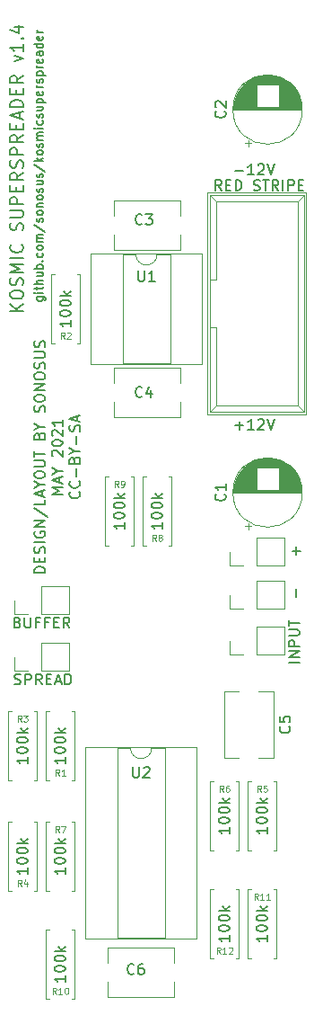
<source format=gbr>
%TF.GenerationSoftware,KiCad,Pcbnew,(5.1.9)-1*%
%TF.CreationDate,2021-09-28T21:21:45+01:00*%
%TF.ProjectId,KosmicSuperspreader,4b6f736d-6963-4537-9570-657273707265,rev?*%
%TF.SameCoordinates,Original*%
%TF.FileFunction,Legend,Top*%
%TF.FilePolarity,Positive*%
%FSLAX46Y46*%
G04 Gerber Fmt 4.6, Leading zero omitted, Abs format (unit mm)*
G04 Created by KiCad (PCBNEW (5.1.9)-1) date 2021-09-28 21:21:45*
%MOMM*%
%LPD*%
G01*
G04 APERTURE LIST*
%ADD10C,0.150000*%
%ADD11C,0.120000*%
%ADD12C,0.100000*%
G04 APERTURE END LIST*
D10*
X142782857Y-92902000D02*
X141582857Y-92902000D01*
X142782857Y-92216285D02*
X142097142Y-92730571D01*
X141582857Y-92216285D02*
X142268571Y-92902000D01*
X141582857Y-91473428D02*
X141582857Y-91244857D01*
X141640000Y-91130571D01*
X141754285Y-91016285D01*
X141982857Y-90959142D01*
X142382857Y-90959142D01*
X142611428Y-91016285D01*
X142725714Y-91130571D01*
X142782857Y-91244857D01*
X142782857Y-91473428D01*
X142725714Y-91587714D01*
X142611428Y-91702000D01*
X142382857Y-91759142D01*
X141982857Y-91759142D01*
X141754285Y-91702000D01*
X141640000Y-91587714D01*
X141582857Y-91473428D01*
X142725714Y-90502000D02*
X142782857Y-90330571D01*
X142782857Y-90044857D01*
X142725714Y-89930571D01*
X142668571Y-89873428D01*
X142554285Y-89816285D01*
X142440000Y-89816285D01*
X142325714Y-89873428D01*
X142268571Y-89930571D01*
X142211428Y-90044857D01*
X142154285Y-90273428D01*
X142097142Y-90387714D01*
X142040000Y-90444857D01*
X141925714Y-90502000D01*
X141811428Y-90502000D01*
X141697142Y-90444857D01*
X141640000Y-90387714D01*
X141582857Y-90273428D01*
X141582857Y-89987714D01*
X141640000Y-89816285D01*
X142782857Y-89302000D02*
X141582857Y-89302000D01*
X142440000Y-88902000D01*
X141582857Y-88502000D01*
X142782857Y-88502000D01*
X142782857Y-87930571D02*
X141582857Y-87930571D01*
X142668571Y-86673428D02*
X142725714Y-86730571D01*
X142782857Y-86902000D01*
X142782857Y-87016285D01*
X142725714Y-87187714D01*
X142611428Y-87302000D01*
X142497142Y-87359142D01*
X142268571Y-87416285D01*
X142097142Y-87416285D01*
X141868571Y-87359142D01*
X141754285Y-87302000D01*
X141640000Y-87187714D01*
X141582857Y-87016285D01*
X141582857Y-86902000D01*
X141640000Y-86730571D01*
X141697142Y-86673428D01*
X142725714Y-85302000D02*
X142782857Y-85130571D01*
X142782857Y-84844857D01*
X142725714Y-84730571D01*
X142668571Y-84673428D01*
X142554285Y-84616285D01*
X142440000Y-84616285D01*
X142325714Y-84673428D01*
X142268571Y-84730571D01*
X142211428Y-84844857D01*
X142154285Y-85073428D01*
X142097142Y-85187714D01*
X142040000Y-85244857D01*
X141925714Y-85302000D01*
X141811428Y-85302000D01*
X141697142Y-85244857D01*
X141640000Y-85187714D01*
X141582857Y-85073428D01*
X141582857Y-84787714D01*
X141640000Y-84616285D01*
X141582857Y-84102000D02*
X142554285Y-84102000D01*
X142668571Y-84044857D01*
X142725714Y-83987714D01*
X142782857Y-83873428D01*
X142782857Y-83644857D01*
X142725714Y-83530571D01*
X142668571Y-83473428D01*
X142554285Y-83416285D01*
X141582857Y-83416285D01*
X142782857Y-82844857D02*
X141582857Y-82844857D01*
X141582857Y-82387714D01*
X141640000Y-82273428D01*
X141697142Y-82216285D01*
X141811428Y-82159142D01*
X141982857Y-82159142D01*
X142097142Y-82216285D01*
X142154285Y-82273428D01*
X142211428Y-82387714D01*
X142211428Y-82844857D01*
X142154285Y-81644857D02*
X142154285Y-81244857D01*
X142782857Y-81073428D02*
X142782857Y-81644857D01*
X141582857Y-81644857D01*
X141582857Y-81073428D01*
X142782857Y-79873428D02*
X142211428Y-80273428D01*
X142782857Y-80559142D02*
X141582857Y-80559142D01*
X141582857Y-80102000D01*
X141640000Y-79987714D01*
X141697142Y-79930571D01*
X141811428Y-79873428D01*
X141982857Y-79873428D01*
X142097142Y-79930571D01*
X142154285Y-79987714D01*
X142211428Y-80102000D01*
X142211428Y-80559142D01*
X142725714Y-79416285D02*
X142782857Y-79244857D01*
X142782857Y-78959142D01*
X142725714Y-78844857D01*
X142668571Y-78787714D01*
X142554285Y-78730571D01*
X142440000Y-78730571D01*
X142325714Y-78787714D01*
X142268571Y-78844857D01*
X142211428Y-78959142D01*
X142154285Y-79187714D01*
X142097142Y-79302000D01*
X142040000Y-79359142D01*
X141925714Y-79416285D01*
X141811428Y-79416285D01*
X141697142Y-79359142D01*
X141640000Y-79302000D01*
X141582857Y-79187714D01*
X141582857Y-78902000D01*
X141640000Y-78730571D01*
X142782857Y-78216285D02*
X141582857Y-78216285D01*
X141582857Y-77759142D01*
X141640000Y-77644857D01*
X141697142Y-77587714D01*
X141811428Y-77530571D01*
X141982857Y-77530571D01*
X142097142Y-77587714D01*
X142154285Y-77644857D01*
X142211428Y-77759142D01*
X142211428Y-78216285D01*
X142782857Y-76330571D02*
X142211428Y-76730571D01*
X142782857Y-77016285D02*
X141582857Y-77016285D01*
X141582857Y-76559142D01*
X141640000Y-76444857D01*
X141697142Y-76387714D01*
X141811428Y-76330571D01*
X141982857Y-76330571D01*
X142097142Y-76387714D01*
X142154285Y-76444857D01*
X142211428Y-76559142D01*
X142211428Y-77016285D01*
X142154285Y-75816285D02*
X142154285Y-75416285D01*
X142782857Y-75244857D02*
X142782857Y-75816285D01*
X141582857Y-75816285D01*
X141582857Y-75244857D01*
X142440000Y-74787714D02*
X142440000Y-74216285D01*
X142782857Y-74902000D02*
X141582857Y-74502000D01*
X142782857Y-74102000D01*
X142782857Y-73702000D02*
X141582857Y-73702000D01*
X141582857Y-73416285D01*
X141640000Y-73244857D01*
X141754285Y-73130571D01*
X141868571Y-73073428D01*
X142097142Y-73016285D01*
X142268571Y-73016285D01*
X142497142Y-73073428D01*
X142611428Y-73130571D01*
X142725714Y-73244857D01*
X142782857Y-73416285D01*
X142782857Y-73702000D01*
X142154285Y-72502000D02*
X142154285Y-72102000D01*
X142782857Y-71930571D02*
X142782857Y-72502000D01*
X141582857Y-72502000D01*
X141582857Y-71930571D01*
X142782857Y-70730571D02*
X142211428Y-71130571D01*
X142782857Y-71416285D02*
X141582857Y-71416285D01*
X141582857Y-70959142D01*
X141640000Y-70844857D01*
X141697142Y-70787714D01*
X141811428Y-70730571D01*
X141982857Y-70730571D01*
X142097142Y-70787714D01*
X142154285Y-70844857D01*
X142211428Y-70959142D01*
X142211428Y-71416285D01*
X141982857Y-69416285D02*
X142782857Y-69130571D01*
X141982857Y-68844857D01*
X142782857Y-67759142D02*
X142782857Y-68444857D01*
X142782857Y-68102000D02*
X141582857Y-68102000D01*
X141754285Y-68216285D01*
X141868571Y-68330571D01*
X141925714Y-68444857D01*
X142668571Y-67244857D02*
X142725714Y-67187714D01*
X142782857Y-67244857D01*
X142725714Y-67302000D01*
X142668571Y-67244857D01*
X142782857Y-67244857D01*
X141982857Y-66159142D02*
X142782857Y-66159142D01*
X141525714Y-66444857D02*
X142382857Y-66730571D01*
X142382857Y-65987714D01*
X144100571Y-91571809D02*
X144748190Y-91571809D01*
X144824380Y-91609904D01*
X144862476Y-91648000D01*
X144900571Y-91724190D01*
X144900571Y-91838476D01*
X144862476Y-91914666D01*
X144595809Y-91571809D02*
X144633904Y-91648000D01*
X144633904Y-91800380D01*
X144595809Y-91876571D01*
X144557714Y-91914666D01*
X144481523Y-91952761D01*
X144252952Y-91952761D01*
X144176761Y-91914666D01*
X144138666Y-91876571D01*
X144100571Y-91800380D01*
X144100571Y-91648000D01*
X144138666Y-91571809D01*
X144633904Y-91190857D02*
X144100571Y-91190857D01*
X143833904Y-91190857D02*
X143872000Y-91228952D01*
X143910095Y-91190857D01*
X143872000Y-91152761D01*
X143833904Y-91190857D01*
X143910095Y-91190857D01*
X144100571Y-90924190D02*
X144100571Y-90619428D01*
X143833904Y-90809904D02*
X144519619Y-90809904D01*
X144595809Y-90771809D01*
X144633904Y-90695619D01*
X144633904Y-90619428D01*
X144633904Y-90352761D02*
X143833904Y-90352761D01*
X144633904Y-90009904D02*
X144214857Y-90009904D01*
X144138666Y-90048000D01*
X144100571Y-90124190D01*
X144100571Y-90238476D01*
X144138666Y-90314666D01*
X144176761Y-90352761D01*
X144100571Y-89286095D02*
X144633904Y-89286095D01*
X144100571Y-89628952D02*
X144519619Y-89628952D01*
X144595809Y-89590857D01*
X144633904Y-89514666D01*
X144633904Y-89400380D01*
X144595809Y-89324190D01*
X144557714Y-89286095D01*
X144633904Y-88905142D02*
X143833904Y-88905142D01*
X144138666Y-88905142D02*
X144100571Y-88828952D01*
X144100571Y-88676571D01*
X144138666Y-88600380D01*
X144176761Y-88562285D01*
X144252952Y-88524190D01*
X144481523Y-88524190D01*
X144557714Y-88562285D01*
X144595809Y-88600380D01*
X144633904Y-88676571D01*
X144633904Y-88828952D01*
X144595809Y-88905142D01*
X144557714Y-88181333D02*
X144595809Y-88143238D01*
X144633904Y-88181333D01*
X144595809Y-88219428D01*
X144557714Y-88181333D01*
X144633904Y-88181333D01*
X144595809Y-87457523D02*
X144633904Y-87533714D01*
X144633904Y-87686095D01*
X144595809Y-87762285D01*
X144557714Y-87800380D01*
X144481523Y-87838476D01*
X144252952Y-87838476D01*
X144176761Y-87800380D01*
X144138666Y-87762285D01*
X144100571Y-87686095D01*
X144100571Y-87533714D01*
X144138666Y-87457523D01*
X144633904Y-87000380D02*
X144595809Y-87076571D01*
X144557714Y-87114666D01*
X144481523Y-87152761D01*
X144252952Y-87152761D01*
X144176761Y-87114666D01*
X144138666Y-87076571D01*
X144100571Y-87000380D01*
X144100571Y-86886095D01*
X144138666Y-86809904D01*
X144176761Y-86771809D01*
X144252952Y-86733714D01*
X144481523Y-86733714D01*
X144557714Y-86771809D01*
X144595809Y-86809904D01*
X144633904Y-86886095D01*
X144633904Y-87000380D01*
X144633904Y-86390857D02*
X144100571Y-86390857D01*
X144176761Y-86390857D02*
X144138666Y-86352761D01*
X144100571Y-86276571D01*
X144100571Y-86162285D01*
X144138666Y-86086095D01*
X144214857Y-86048000D01*
X144633904Y-86048000D01*
X144214857Y-86048000D02*
X144138666Y-86009904D01*
X144100571Y-85933714D01*
X144100571Y-85819428D01*
X144138666Y-85743238D01*
X144214857Y-85705142D01*
X144633904Y-85705142D01*
X143795809Y-84752761D02*
X144824380Y-85438476D01*
X144595809Y-84524190D02*
X144633904Y-84448000D01*
X144633904Y-84295619D01*
X144595809Y-84219428D01*
X144519619Y-84181333D01*
X144481523Y-84181333D01*
X144405333Y-84219428D01*
X144367238Y-84295619D01*
X144367238Y-84409904D01*
X144329142Y-84486095D01*
X144252952Y-84524190D01*
X144214857Y-84524190D01*
X144138666Y-84486095D01*
X144100571Y-84409904D01*
X144100571Y-84295619D01*
X144138666Y-84219428D01*
X144633904Y-83724190D02*
X144595809Y-83800380D01*
X144557714Y-83838476D01*
X144481523Y-83876571D01*
X144252952Y-83876571D01*
X144176761Y-83838476D01*
X144138666Y-83800380D01*
X144100571Y-83724190D01*
X144100571Y-83609904D01*
X144138666Y-83533714D01*
X144176761Y-83495619D01*
X144252952Y-83457523D01*
X144481523Y-83457523D01*
X144557714Y-83495619D01*
X144595809Y-83533714D01*
X144633904Y-83609904D01*
X144633904Y-83724190D01*
X144100571Y-83114666D02*
X144633904Y-83114666D01*
X144176761Y-83114666D02*
X144138666Y-83076571D01*
X144100571Y-83000380D01*
X144100571Y-82886095D01*
X144138666Y-82809904D01*
X144214857Y-82771809D01*
X144633904Y-82771809D01*
X144633904Y-82276571D02*
X144595809Y-82352761D01*
X144557714Y-82390857D01*
X144481523Y-82428952D01*
X144252952Y-82428952D01*
X144176761Y-82390857D01*
X144138666Y-82352761D01*
X144100571Y-82276571D01*
X144100571Y-82162285D01*
X144138666Y-82086095D01*
X144176761Y-82048000D01*
X144252952Y-82009904D01*
X144481523Y-82009904D01*
X144557714Y-82048000D01*
X144595809Y-82086095D01*
X144633904Y-82162285D01*
X144633904Y-82276571D01*
X144595809Y-81705142D02*
X144633904Y-81628952D01*
X144633904Y-81476571D01*
X144595809Y-81400380D01*
X144519619Y-81362285D01*
X144481523Y-81362285D01*
X144405333Y-81400380D01*
X144367238Y-81476571D01*
X144367238Y-81590857D01*
X144329142Y-81667047D01*
X144252952Y-81705142D01*
X144214857Y-81705142D01*
X144138666Y-81667047D01*
X144100571Y-81590857D01*
X144100571Y-81476571D01*
X144138666Y-81400380D01*
X144100571Y-80676571D02*
X144633904Y-80676571D01*
X144100571Y-81019428D02*
X144519619Y-81019428D01*
X144595809Y-80981333D01*
X144633904Y-80905142D01*
X144633904Y-80790857D01*
X144595809Y-80714666D01*
X144557714Y-80676571D01*
X144595809Y-80333714D02*
X144633904Y-80257523D01*
X144633904Y-80105142D01*
X144595809Y-80028952D01*
X144519619Y-79990857D01*
X144481523Y-79990857D01*
X144405333Y-80028952D01*
X144367238Y-80105142D01*
X144367238Y-80219428D01*
X144329142Y-80295619D01*
X144252952Y-80333714D01*
X144214857Y-80333714D01*
X144138666Y-80295619D01*
X144100571Y-80219428D01*
X144100571Y-80105142D01*
X144138666Y-80028952D01*
X143795809Y-79076571D02*
X144824380Y-79762285D01*
X144633904Y-78809904D02*
X143833904Y-78809904D01*
X144329142Y-78733714D02*
X144633904Y-78505142D01*
X144100571Y-78505142D02*
X144405333Y-78809904D01*
X144633904Y-78048000D02*
X144595809Y-78124190D01*
X144557714Y-78162285D01*
X144481523Y-78200380D01*
X144252952Y-78200380D01*
X144176761Y-78162285D01*
X144138666Y-78124190D01*
X144100571Y-78048000D01*
X144100571Y-77933714D01*
X144138666Y-77857523D01*
X144176761Y-77819428D01*
X144252952Y-77781333D01*
X144481523Y-77781333D01*
X144557714Y-77819428D01*
X144595809Y-77857523D01*
X144633904Y-77933714D01*
X144633904Y-78048000D01*
X144595809Y-77476571D02*
X144633904Y-77400380D01*
X144633904Y-77248000D01*
X144595809Y-77171809D01*
X144519619Y-77133714D01*
X144481523Y-77133714D01*
X144405333Y-77171809D01*
X144367238Y-77248000D01*
X144367238Y-77362285D01*
X144329142Y-77438476D01*
X144252952Y-77476571D01*
X144214857Y-77476571D01*
X144138666Y-77438476D01*
X144100571Y-77362285D01*
X144100571Y-77248000D01*
X144138666Y-77171809D01*
X144633904Y-76790857D02*
X144100571Y-76790857D01*
X144176761Y-76790857D02*
X144138666Y-76752761D01*
X144100571Y-76676571D01*
X144100571Y-76562285D01*
X144138666Y-76486095D01*
X144214857Y-76448000D01*
X144633904Y-76448000D01*
X144214857Y-76448000D02*
X144138666Y-76409904D01*
X144100571Y-76333714D01*
X144100571Y-76219428D01*
X144138666Y-76143238D01*
X144214857Y-76105142D01*
X144633904Y-76105142D01*
X144633904Y-75724190D02*
X144100571Y-75724190D01*
X143833904Y-75724190D02*
X143872000Y-75762285D01*
X143910095Y-75724190D01*
X143872000Y-75686095D01*
X143833904Y-75724190D01*
X143910095Y-75724190D01*
X144595809Y-75000380D02*
X144633904Y-75076571D01*
X144633904Y-75228952D01*
X144595809Y-75305142D01*
X144557714Y-75343238D01*
X144481523Y-75381333D01*
X144252952Y-75381333D01*
X144176761Y-75343238D01*
X144138666Y-75305142D01*
X144100571Y-75228952D01*
X144100571Y-75076571D01*
X144138666Y-75000380D01*
X144595809Y-74695619D02*
X144633904Y-74619428D01*
X144633904Y-74467047D01*
X144595809Y-74390857D01*
X144519619Y-74352761D01*
X144481523Y-74352761D01*
X144405333Y-74390857D01*
X144367238Y-74467047D01*
X144367238Y-74581333D01*
X144329142Y-74657523D01*
X144252952Y-74695619D01*
X144214857Y-74695619D01*
X144138666Y-74657523D01*
X144100571Y-74581333D01*
X144100571Y-74467047D01*
X144138666Y-74390857D01*
X144100571Y-73667047D02*
X144633904Y-73667047D01*
X144100571Y-74009904D02*
X144519619Y-74009904D01*
X144595809Y-73971809D01*
X144633904Y-73895619D01*
X144633904Y-73781333D01*
X144595809Y-73705142D01*
X144557714Y-73667047D01*
X144100571Y-73286095D02*
X144900571Y-73286095D01*
X144138666Y-73286095D02*
X144100571Y-73209904D01*
X144100571Y-73057523D01*
X144138666Y-72981333D01*
X144176761Y-72943238D01*
X144252952Y-72905142D01*
X144481523Y-72905142D01*
X144557714Y-72943238D01*
X144595809Y-72981333D01*
X144633904Y-73057523D01*
X144633904Y-73209904D01*
X144595809Y-73286095D01*
X144595809Y-72257523D02*
X144633904Y-72333714D01*
X144633904Y-72486095D01*
X144595809Y-72562285D01*
X144519619Y-72600380D01*
X144214857Y-72600380D01*
X144138666Y-72562285D01*
X144100571Y-72486095D01*
X144100571Y-72333714D01*
X144138666Y-72257523D01*
X144214857Y-72219428D01*
X144291047Y-72219428D01*
X144367238Y-72600380D01*
X144633904Y-71876571D02*
X144100571Y-71876571D01*
X144252952Y-71876571D02*
X144176761Y-71838476D01*
X144138666Y-71800380D01*
X144100571Y-71724190D01*
X144100571Y-71648000D01*
X144595809Y-71419428D02*
X144633904Y-71343238D01*
X144633904Y-71190857D01*
X144595809Y-71114666D01*
X144519619Y-71076571D01*
X144481523Y-71076571D01*
X144405333Y-71114666D01*
X144367238Y-71190857D01*
X144367238Y-71305142D01*
X144329142Y-71381333D01*
X144252952Y-71419428D01*
X144214857Y-71419428D01*
X144138666Y-71381333D01*
X144100571Y-71305142D01*
X144100571Y-71190857D01*
X144138666Y-71114666D01*
X144100571Y-70733714D02*
X144900571Y-70733714D01*
X144138666Y-70733714D02*
X144100571Y-70657523D01*
X144100571Y-70505142D01*
X144138666Y-70428952D01*
X144176761Y-70390857D01*
X144252952Y-70352761D01*
X144481523Y-70352761D01*
X144557714Y-70390857D01*
X144595809Y-70428952D01*
X144633904Y-70505142D01*
X144633904Y-70657523D01*
X144595809Y-70733714D01*
X144633904Y-70009904D02*
X144100571Y-70009904D01*
X144252952Y-70009904D02*
X144176761Y-69971809D01*
X144138666Y-69933714D01*
X144100571Y-69857523D01*
X144100571Y-69781333D01*
X144595809Y-69209904D02*
X144633904Y-69286095D01*
X144633904Y-69438476D01*
X144595809Y-69514666D01*
X144519619Y-69552761D01*
X144214857Y-69552761D01*
X144138666Y-69514666D01*
X144100571Y-69438476D01*
X144100571Y-69286095D01*
X144138666Y-69209904D01*
X144214857Y-69171809D01*
X144291047Y-69171809D01*
X144367238Y-69552761D01*
X144633904Y-68486095D02*
X144214857Y-68486095D01*
X144138666Y-68524190D01*
X144100571Y-68600380D01*
X144100571Y-68752761D01*
X144138666Y-68828952D01*
X144595809Y-68486095D02*
X144633904Y-68562285D01*
X144633904Y-68752761D01*
X144595809Y-68828952D01*
X144519619Y-68867047D01*
X144443428Y-68867047D01*
X144367238Y-68828952D01*
X144329142Y-68752761D01*
X144329142Y-68562285D01*
X144291047Y-68486095D01*
X144633904Y-67762285D02*
X143833904Y-67762285D01*
X144595809Y-67762285D02*
X144633904Y-67838476D01*
X144633904Y-67990857D01*
X144595809Y-68067047D01*
X144557714Y-68105142D01*
X144481523Y-68143238D01*
X144252952Y-68143238D01*
X144176761Y-68105142D01*
X144138666Y-68067047D01*
X144100571Y-67990857D01*
X144100571Y-67838476D01*
X144138666Y-67762285D01*
X144595809Y-67076571D02*
X144633904Y-67152761D01*
X144633904Y-67305142D01*
X144595809Y-67381333D01*
X144519619Y-67419428D01*
X144214857Y-67419428D01*
X144138666Y-67381333D01*
X144100571Y-67305142D01*
X144100571Y-67152761D01*
X144138666Y-67076571D01*
X144214857Y-67038476D01*
X144291047Y-67038476D01*
X144367238Y-67419428D01*
X144633904Y-66695619D02*
X144100571Y-66695619D01*
X144252952Y-66695619D02*
X144176761Y-66657523D01*
X144138666Y-66619428D01*
X144100571Y-66543238D01*
X144100571Y-66467047D01*
X144852380Y-117560952D02*
X143852380Y-117560952D01*
X143852380Y-117322857D01*
X143900000Y-117180000D01*
X143995238Y-117084761D01*
X144090476Y-117037142D01*
X144280952Y-116989523D01*
X144423809Y-116989523D01*
X144614285Y-117037142D01*
X144709523Y-117084761D01*
X144804761Y-117180000D01*
X144852380Y-117322857D01*
X144852380Y-117560952D01*
X144328571Y-116560952D02*
X144328571Y-116227619D01*
X144852380Y-116084761D02*
X144852380Y-116560952D01*
X143852380Y-116560952D01*
X143852380Y-116084761D01*
X144804761Y-115703809D02*
X144852380Y-115560952D01*
X144852380Y-115322857D01*
X144804761Y-115227619D01*
X144757142Y-115180000D01*
X144661904Y-115132380D01*
X144566666Y-115132380D01*
X144471428Y-115180000D01*
X144423809Y-115227619D01*
X144376190Y-115322857D01*
X144328571Y-115513333D01*
X144280952Y-115608571D01*
X144233333Y-115656190D01*
X144138095Y-115703809D01*
X144042857Y-115703809D01*
X143947619Y-115656190D01*
X143900000Y-115608571D01*
X143852380Y-115513333D01*
X143852380Y-115275238D01*
X143900000Y-115132380D01*
X144852380Y-114703809D02*
X143852380Y-114703809D01*
X143900000Y-113703809D02*
X143852380Y-113799047D01*
X143852380Y-113941904D01*
X143900000Y-114084761D01*
X143995238Y-114180000D01*
X144090476Y-114227619D01*
X144280952Y-114275238D01*
X144423809Y-114275238D01*
X144614285Y-114227619D01*
X144709523Y-114180000D01*
X144804761Y-114084761D01*
X144852380Y-113941904D01*
X144852380Y-113846666D01*
X144804761Y-113703809D01*
X144757142Y-113656190D01*
X144423809Y-113656190D01*
X144423809Y-113846666D01*
X144852380Y-113227619D02*
X143852380Y-113227619D01*
X144852380Y-112656190D01*
X143852380Y-112656190D01*
X143804761Y-111465714D02*
X145090476Y-112322857D01*
X144852380Y-110656190D02*
X144852380Y-111132380D01*
X143852380Y-111132380D01*
X144566666Y-110370476D02*
X144566666Y-109894285D01*
X144852380Y-110465714D02*
X143852380Y-110132380D01*
X144852380Y-109799047D01*
X144376190Y-109275238D02*
X144852380Y-109275238D01*
X143852380Y-109608571D02*
X144376190Y-109275238D01*
X143852380Y-108941904D01*
X143852380Y-108418095D02*
X143852380Y-108227619D01*
X143900000Y-108132380D01*
X143995238Y-108037142D01*
X144185714Y-107989523D01*
X144519047Y-107989523D01*
X144709523Y-108037142D01*
X144804761Y-108132380D01*
X144852380Y-108227619D01*
X144852380Y-108418095D01*
X144804761Y-108513333D01*
X144709523Y-108608571D01*
X144519047Y-108656190D01*
X144185714Y-108656190D01*
X143995238Y-108608571D01*
X143900000Y-108513333D01*
X143852380Y-108418095D01*
X143852380Y-107560952D02*
X144661904Y-107560952D01*
X144757142Y-107513333D01*
X144804761Y-107465714D01*
X144852380Y-107370476D01*
X144852380Y-107180000D01*
X144804761Y-107084761D01*
X144757142Y-107037142D01*
X144661904Y-106989523D01*
X143852380Y-106989523D01*
X143852380Y-106656190D02*
X143852380Y-106084761D01*
X144852380Y-106370476D02*
X143852380Y-106370476D01*
X144328571Y-104656190D02*
X144376190Y-104513333D01*
X144423809Y-104465714D01*
X144519047Y-104418095D01*
X144661904Y-104418095D01*
X144757142Y-104465714D01*
X144804761Y-104513333D01*
X144852380Y-104608571D01*
X144852380Y-104989523D01*
X143852380Y-104989523D01*
X143852380Y-104656190D01*
X143900000Y-104560952D01*
X143947619Y-104513333D01*
X144042857Y-104465714D01*
X144138095Y-104465714D01*
X144233333Y-104513333D01*
X144280952Y-104560952D01*
X144328571Y-104656190D01*
X144328571Y-104989523D01*
X144376190Y-103799047D02*
X144852380Y-103799047D01*
X143852380Y-104132380D02*
X144376190Y-103799047D01*
X143852380Y-103465714D01*
X144804761Y-102418095D02*
X144852380Y-102275238D01*
X144852380Y-102037142D01*
X144804761Y-101941904D01*
X144757142Y-101894285D01*
X144661904Y-101846666D01*
X144566666Y-101846666D01*
X144471428Y-101894285D01*
X144423809Y-101941904D01*
X144376190Y-102037142D01*
X144328571Y-102227619D01*
X144280952Y-102322857D01*
X144233333Y-102370476D01*
X144138095Y-102418095D01*
X144042857Y-102418095D01*
X143947619Y-102370476D01*
X143900000Y-102322857D01*
X143852380Y-102227619D01*
X143852380Y-101989523D01*
X143900000Y-101846666D01*
X143852380Y-101227619D02*
X143852380Y-101037142D01*
X143900000Y-100941904D01*
X143995238Y-100846666D01*
X144185714Y-100799047D01*
X144519047Y-100799047D01*
X144709523Y-100846666D01*
X144804761Y-100941904D01*
X144852380Y-101037142D01*
X144852380Y-101227619D01*
X144804761Y-101322857D01*
X144709523Y-101418095D01*
X144519047Y-101465714D01*
X144185714Y-101465714D01*
X143995238Y-101418095D01*
X143900000Y-101322857D01*
X143852380Y-101227619D01*
X144852380Y-100370476D02*
X143852380Y-100370476D01*
X144852380Y-99799047D01*
X143852380Y-99799047D01*
X143852380Y-99132380D02*
X143852380Y-98941904D01*
X143900000Y-98846666D01*
X143995238Y-98751428D01*
X144185714Y-98703809D01*
X144519047Y-98703809D01*
X144709523Y-98751428D01*
X144804761Y-98846666D01*
X144852380Y-98941904D01*
X144852380Y-99132380D01*
X144804761Y-99227619D01*
X144709523Y-99322857D01*
X144519047Y-99370476D01*
X144185714Y-99370476D01*
X143995238Y-99322857D01*
X143900000Y-99227619D01*
X143852380Y-99132380D01*
X144804761Y-98322857D02*
X144852380Y-98180000D01*
X144852380Y-97941904D01*
X144804761Y-97846666D01*
X144757142Y-97799047D01*
X144661904Y-97751428D01*
X144566666Y-97751428D01*
X144471428Y-97799047D01*
X144423809Y-97846666D01*
X144376190Y-97941904D01*
X144328571Y-98132380D01*
X144280952Y-98227619D01*
X144233333Y-98275238D01*
X144138095Y-98322857D01*
X144042857Y-98322857D01*
X143947619Y-98275238D01*
X143900000Y-98227619D01*
X143852380Y-98132380D01*
X143852380Y-97894285D01*
X143900000Y-97751428D01*
X143852380Y-97322857D02*
X144661904Y-97322857D01*
X144757142Y-97275238D01*
X144804761Y-97227619D01*
X144852380Y-97132380D01*
X144852380Y-96941904D01*
X144804761Y-96846666D01*
X144757142Y-96799047D01*
X144661904Y-96751428D01*
X143852380Y-96751428D01*
X144804761Y-96322857D02*
X144852380Y-96180000D01*
X144852380Y-95941904D01*
X144804761Y-95846666D01*
X144757142Y-95799047D01*
X144661904Y-95751428D01*
X144566666Y-95751428D01*
X144471428Y-95799047D01*
X144423809Y-95846666D01*
X144376190Y-95941904D01*
X144328571Y-96132380D01*
X144280952Y-96227619D01*
X144233333Y-96275238D01*
X144138095Y-96322857D01*
X144042857Y-96322857D01*
X143947619Y-96275238D01*
X143900000Y-96227619D01*
X143852380Y-96132380D01*
X143852380Y-95894285D01*
X143900000Y-95751428D01*
X146502380Y-110156190D02*
X145502380Y-110156190D01*
X146216666Y-109822857D01*
X145502380Y-109489523D01*
X146502380Y-109489523D01*
X146216666Y-109060952D02*
X146216666Y-108584761D01*
X146502380Y-109156190D02*
X145502380Y-108822857D01*
X146502380Y-108489523D01*
X146026190Y-107965714D02*
X146502380Y-107965714D01*
X145502380Y-108299047D02*
X146026190Y-107965714D01*
X145502380Y-107632380D01*
X145597619Y-106584761D02*
X145550000Y-106537142D01*
X145502380Y-106441904D01*
X145502380Y-106203809D01*
X145550000Y-106108571D01*
X145597619Y-106060952D01*
X145692857Y-106013333D01*
X145788095Y-106013333D01*
X145930952Y-106060952D01*
X146502380Y-106632380D01*
X146502380Y-106013333D01*
X145502380Y-105394285D02*
X145502380Y-105299047D01*
X145550000Y-105203809D01*
X145597619Y-105156190D01*
X145692857Y-105108571D01*
X145883333Y-105060952D01*
X146121428Y-105060952D01*
X146311904Y-105108571D01*
X146407142Y-105156190D01*
X146454761Y-105203809D01*
X146502380Y-105299047D01*
X146502380Y-105394285D01*
X146454761Y-105489523D01*
X146407142Y-105537142D01*
X146311904Y-105584761D01*
X146121428Y-105632380D01*
X145883333Y-105632380D01*
X145692857Y-105584761D01*
X145597619Y-105537142D01*
X145550000Y-105489523D01*
X145502380Y-105394285D01*
X145597619Y-104680000D02*
X145550000Y-104632380D01*
X145502380Y-104537142D01*
X145502380Y-104299047D01*
X145550000Y-104203809D01*
X145597619Y-104156190D01*
X145692857Y-104108571D01*
X145788095Y-104108571D01*
X145930952Y-104156190D01*
X146502380Y-104727619D01*
X146502380Y-104108571D01*
X146502380Y-103156190D02*
X146502380Y-103727619D01*
X146502380Y-103441904D02*
X145502380Y-103441904D01*
X145645238Y-103537142D01*
X145740476Y-103632380D01*
X145788095Y-103727619D01*
X148057142Y-109941904D02*
X148104761Y-109989523D01*
X148152380Y-110132380D01*
X148152380Y-110227619D01*
X148104761Y-110370476D01*
X148009523Y-110465714D01*
X147914285Y-110513333D01*
X147723809Y-110560952D01*
X147580952Y-110560952D01*
X147390476Y-110513333D01*
X147295238Y-110465714D01*
X147200000Y-110370476D01*
X147152380Y-110227619D01*
X147152380Y-110132380D01*
X147200000Y-109989523D01*
X147247619Y-109941904D01*
X148057142Y-108941904D02*
X148104761Y-108989523D01*
X148152380Y-109132380D01*
X148152380Y-109227619D01*
X148104761Y-109370476D01*
X148009523Y-109465714D01*
X147914285Y-109513333D01*
X147723809Y-109560952D01*
X147580952Y-109560952D01*
X147390476Y-109513333D01*
X147295238Y-109465714D01*
X147200000Y-109370476D01*
X147152380Y-109227619D01*
X147152380Y-109132380D01*
X147200000Y-108989523D01*
X147247619Y-108941904D01*
X147771428Y-108513333D02*
X147771428Y-107751428D01*
X147628571Y-106941904D02*
X147676190Y-106799047D01*
X147723809Y-106751428D01*
X147819047Y-106703809D01*
X147961904Y-106703809D01*
X148057142Y-106751428D01*
X148104761Y-106799047D01*
X148152380Y-106894285D01*
X148152380Y-107275238D01*
X147152380Y-107275238D01*
X147152380Y-106941904D01*
X147200000Y-106846666D01*
X147247619Y-106799047D01*
X147342857Y-106751428D01*
X147438095Y-106751428D01*
X147533333Y-106799047D01*
X147580952Y-106846666D01*
X147628571Y-106941904D01*
X147628571Y-107275238D01*
X147676190Y-106084761D02*
X148152380Y-106084761D01*
X147152380Y-106418095D02*
X147676190Y-106084761D01*
X147152380Y-105751428D01*
X147771428Y-105418095D02*
X147771428Y-104656190D01*
X148104761Y-104227619D02*
X148152380Y-104084761D01*
X148152380Y-103846666D01*
X148104761Y-103751428D01*
X148057142Y-103703809D01*
X147961904Y-103656190D01*
X147866666Y-103656190D01*
X147771428Y-103703809D01*
X147723809Y-103751428D01*
X147676190Y-103846666D01*
X147628571Y-104037142D01*
X147580952Y-104132380D01*
X147533333Y-104180000D01*
X147438095Y-104227619D01*
X147342857Y-104227619D01*
X147247619Y-104180000D01*
X147200000Y-104132380D01*
X147152380Y-104037142D01*
X147152380Y-103799047D01*
X147200000Y-103656190D01*
X147866666Y-103275238D02*
X147866666Y-102799047D01*
X148152380Y-103370476D02*
X147152380Y-103037142D01*
X148152380Y-102703809D01*
D11*
%TO.C,U2*%
X152924000Y-134052000D02*
X151674000Y-134052000D01*
X151674000Y-134052000D02*
X151674000Y-151952000D01*
X151674000Y-151952000D02*
X156174000Y-151952000D01*
X156174000Y-151952000D02*
X156174000Y-134052000D01*
X156174000Y-134052000D02*
X154924000Y-134052000D01*
X148674000Y-133992000D02*
X148674000Y-152012000D01*
X148674000Y-152012000D02*
X159174000Y-152012000D01*
X159174000Y-152012000D02*
X159174000Y-133992000D01*
X159174000Y-133992000D02*
X148674000Y-133992000D01*
X154924000Y-134052000D02*
G75*
G02*
X152924000Y-134052000I-1000000J0D01*
G01*
%TO.C,U1*%
X153432000Y-87570000D02*
X152182000Y-87570000D01*
X152182000Y-87570000D02*
X152182000Y-97850000D01*
X152182000Y-97850000D02*
X156682000Y-97850000D01*
X156682000Y-97850000D02*
X156682000Y-87570000D01*
X156682000Y-87570000D02*
X155432000Y-87570000D01*
X149182000Y-87510000D02*
X149182000Y-97910000D01*
X149182000Y-97910000D02*
X159682000Y-97910000D01*
X159682000Y-97910000D02*
X159682000Y-87510000D01*
X159682000Y-87510000D02*
X149182000Y-87510000D01*
X155432000Y-87570000D02*
G75*
G02*
X153432000Y-87570000I-1000000J0D01*
G01*
%TO.C,R12*%
X163168000Y-147352000D02*
X162838000Y-147352000D01*
X163168000Y-153892000D02*
X163168000Y-147352000D01*
X162838000Y-153892000D02*
X163168000Y-153892000D01*
X160428000Y-147352000D02*
X160758000Y-147352000D01*
X160428000Y-153892000D02*
X160428000Y-147352000D01*
X160758000Y-153892000D02*
X160428000Y-153892000D01*
%TO.C,R11*%
X163984000Y-153892000D02*
X164314000Y-153892000D01*
X163984000Y-147352000D02*
X163984000Y-153892000D01*
X164314000Y-147352000D02*
X163984000Y-147352000D01*
X166724000Y-153892000D02*
X166394000Y-153892000D01*
X166724000Y-147352000D02*
X166724000Y-153892000D01*
X166394000Y-147352000D02*
X166724000Y-147352000D01*
%TO.C,R10*%
X147674000Y-151162000D02*
X147344000Y-151162000D01*
X147674000Y-157702000D02*
X147674000Y-151162000D01*
X147344000Y-157702000D02*
X147674000Y-157702000D01*
X144934000Y-151162000D02*
X145264000Y-151162000D01*
X144934000Y-157702000D02*
X144934000Y-151162000D01*
X145264000Y-157702000D02*
X144934000Y-157702000D01*
%TO.C,R9*%
X150522000Y-115030000D02*
X150852000Y-115030000D01*
X150522000Y-108490000D02*
X150522000Y-115030000D01*
X150852000Y-108490000D02*
X150522000Y-108490000D01*
X153262000Y-115030000D02*
X152932000Y-115030000D01*
X153262000Y-108490000D02*
X153262000Y-115030000D01*
X152932000Y-108490000D02*
X153262000Y-108490000D01*
%TO.C,R8*%
X156818000Y-108490000D02*
X156488000Y-108490000D01*
X156818000Y-115030000D02*
X156818000Y-108490000D01*
X156488000Y-115030000D02*
X156818000Y-115030000D01*
X154078000Y-108490000D02*
X154408000Y-108490000D01*
X154078000Y-115030000D02*
X154078000Y-108490000D01*
X154408000Y-115030000D02*
X154078000Y-115030000D01*
%TO.C,R7*%
X144934000Y-147542000D02*
X145264000Y-147542000D01*
X144934000Y-141002000D02*
X144934000Y-147542000D01*
X145264000Y-141002000D02*
X144934000Y-141002000D01*
X147674000Y-147542000D02*
X147344000Y-147542000D01*
X147674000Y-141002000D02*
X147674000Y-147542000D01*
X147344000Y-141002000D02*
X147674000Y-141002000D01*
%TO.C,R6*%
X160428000Y-143732000D02*
X160758000Y-143732000D01*
X160428000Y-137192000D02*
X160428000Y-143732000D01*
X160758000Y-137192000D02*
X160428000Y-137192000D01*
X163168000Y-143732000D02*
X162838000Y-143732000D01*
X163168000Y-137192000D02*
X163168000Y-143732000D01*
X162838000Y-137192000D02*
X163168000Y-137192000D01*
%TO.C,R5*%
X163984000Y-143732000D02*
X164314000Y-143732000D01*
X163984000Y-137192000D02*
X163984000Y-143732000D01*
X164314000Y-137192000D02*
X163984000Y-137192000D01*
X166724000Y-143732000D02*
X166394000Y-143732000D01*
X166724000Y-137192000D02*
X166724000Y-143732000D01*
X166394000Y-137192000D02*
X166724000Y-137192000D01*
%TO.C,R4*%
X144118000Y-141002000D02*
X143788000Y-141002000D01*
X144118000Y-147542000D02*
X144118000Y-141002000D01*
X143788000Y-147542000D02*
X144118000Y-147542000D01*
X141378000Y-141002000D02*
X141708000Y-141002000D01*
X141378000Y-147542000D02*
X141378000Y-141002000D01*
X141708000Y-147542000D02*
X141378000Y-147542000D01*
%TO.C,R3*%
X141378000Y-137128000D02*
X141708000Y-137128000D01*
X141378000Y-130588000D02*
X141378000Y-137128000D01*
X141708000Y-130588000D02*
X141378000Y-130588000D01*
X144118000Y-137128000D02*
X143788000Y-137128000D01*
X144118000Y-130588000D02*
X144118000Y-137128000D01*
X143788000Y-130588000D02*
X144118000Y-130588000D01*
%TO.C,R2*%
X148182000Y-89440000D02*
X147852000Y-89440000D01*
X148182000Y-95980000D02*
X148182000Y-89440000D01*
X147852000Y-95980000D02*
X148182000Y-95980000D01*
X145442000Y-89440000D02*
X145772000Y-89440000D01*
X145442000Y-95980000D02*
X145442000Y-89440000D01*
X145772000Y-95980000D02*
X145442000Y-95980000D01*
%TO.C,R1*%
X147674000Y-130588000D02*
X147344000Y-130588000D01*
X147674000Y-137128000D02*
X147674000Y-130588000D01*
X147344000Y-137128000D02*
X147674000Y-137128000D01*
X144934000Y-130588000D02*
X145264000Y-130588000D01*
X144934000Y-137128000D02*
X144934000Y-130588000D01*
X145264000Y-137128000D02*
X144934000Y-137128000D01*
%TO.C,J6*%
X160976000Y-89952000D02*
X160976000Y-82572000D01*
X160476000Y-89952000D02*
X160956000Y-89952000D01*
X160976000Y-94452000D02*
X160466000Y-94452000D01*
X160976000Y-101822000D02*
X160976000Y-94472000D01*
X160976000Y-101822000D02*
X160476000Y-102322000D01*
X168726000Y-101822000D02*
X160976000Y-101822000D01*
X168726000Y-101822000D02*
X169276000Y-102372000D01*
X168726000Y-82572000D02*
X168726000Y-101822000D01*
X168726000Y-82572000D02*
X169276000Y-82022000D01*
X160976000Y-82572000D02*
X168726000Y-82572000D01*
X160426000Y-82022000D02*
X160976000Y-82572000D01*
X160426000Y-102372000D02*
X160426000Y-82022000D01*
X169276000Y-102372000D02*
X160426000Y-102372000D01*
X169276000Y-82022000D02*
X169276000Y-102372000D01*
X160426000Y-82022000D02*
X169276000Y-82022000D01*
X160171000Y-81772000D02*
X169521000Y-81772000D01*
X160171000Y-102632000D02*
X160171000Y-81772000D01*
X169521000Y-102632000D02*
X160171000Y-102632000D01*
X169521000Y-81772000D02*
X169521000Y-102632000D01*
%TO.C,J5*%
X147126000Y-121472000D02*
X147126000Y-118812000D01*
X144526000Y-121472000D02*
X147126000Y-121472000D01*
X144526000Y-118812000D02*
X147126000Y-118812000D01*
X144526000Y-121472000D02*
X144526000Y-118812000D01*
X143256000Y-121472000D02*
X141926000Y-121472000D01*
X141926000Y-121472000D02*
X141926000Y-120142000D01*
%TO.C,J4*%
X167446000Y-120964000D02*
X167446000Y-118304000D01*
X164846000Y-120964000D02*
X167446000Y-120964000D01*
X164846000Y-118304000D02*
X167446000Y-118304000D01*
X164846000Y-120964000D02*
X164846000Y-118304000D01*
X163576000Y-120964000D02*
X162246000Y-120964000D01*
X162246000Y-120964000D02*
X162246000Y-119634000D01*
%TO.C,J3*%
X167446000Y-116900000D02*
X167446000Y-114240000D01*
X164846000Y-116900000D02*
X167446000Y-116900000D01*
X164846000Y-114240000D02*
X167446000Y-114240000D01*
X164846000Y-116900000D02*
X164846000Y-114240000D01*
X163576000Y-116900000D02*
X162246000Y-116900000D01*
X162246000Y-116900000D02*
X162246000Y-115570000D01*
%TO.C,J2*%
X147126000Y-126806000D02*
X147126000Y-124146000D01*
X144526000Y-126806000D02*
X147126000Y-126806000D01*
X144526000Y-124146000D02*
X147126000Y-124146000D01*
X144526000Y-126806000D02*
X144526000Y-124146000D01*
X143256000Y-126806000D02*
X141926000Y-126806000D01*
X141926000Y-126806000D02*
X141926000Y-125476000D01*
%TO.C,J1*%
X167446000Y-125282000D02*
X167446000Y-122622000D01*
X164846000Y-125282000D02*
X167446000Y-125282000D01*
X164846000Y-122622000D02*
X167446000Y-122622000D01*
X164846000Y-125282000D02*
X164846000Y-122622000D01*
X163576000Y-125282000D02*
X162246000Y-125282000D01*
X162246000Y-125282000D02*
X162246000Y-123952000D01*
%TO.C,C6*%
X150764000Y-152873000D02*
X157004000Y-152873000D01*
X150764000Y-157515000D02*
X157004000Y-157515000D01*
X150764000Y-152873000D02*
X150764000Y-154269000D01*
X150764000Y-156119000D02*
X150764000Y-157515000D01*
X157004000Y-152873000D02*
X157004000Y-154269000D01*
X157004000Y-156119000D02*
X157004000Y-157515000D01*
%TO.C,C5*%
X166405000Y-128746000D02*
X166405000Y-134986000D01*
X161763000Y-128746000D02*
X161763000Y-134986000D01*
X166405000Y-128746000D02*
X165009000Y-128746000D01*
X163159000Y-128746000D02*
X161763000Y-128746000D01*
X166405000Y-134986000D02*
X165009000Y-134986000D01*
X163159000Y-134986000D02*
X161763000Y-134986000D01*
%TO.C,C4*%
X151352000Y-98263000D02*
X157592000Y-98263000D01*
X151352000Y-102905000D02*
X157592000Y-102905000D01*
X151352000Y-98263000D02*
X151352000Y-99659000D01*
X151352000Y-101509000D02*
X151352000Y-102905000D01*
X157592000Y-98263000D02*
X157592000Y-99659000D01*
X157592000Y-101509000D02*
X157592000Y-102905000D01*
%TO.C,C3*%
X151352000Y-82515000D02*
X157592000Y-82515000D01*
X151352000Y-87157000D02*
X157592000Y-87157000D01*
X151352000Y-82515000D02*
X151352000Y-83911000D01*
X151352000Y-85761000D02*
X151352000Y-87157000D01*
X157592000Y-82515000D02*
X157592000Y-83911000D01*
X157592000Y-85761000D02*
X157592000Y-87157000D01*
%TO.C,C2*%
X169132000Y-73934000D02*
G75*
G03*
X169132000Y-73934000I-3270000J0D01*
G01*
X162632000Y-73934000D02*
X169092000Y-73934000D01*
X162632000Y-73894000D02*
X169092000Y-73894000D01*
X162632000Y-73854000D02*
X169092000Y-73854000D01*
X162634000Y-73814000D02*
X169090000Y-73814000D01*
X162635000Y-73774000D02*
X169089000Y-73774000D01*
X162638000Y-73734000D02*
X169086000Y-73734000D01*
X162640000Y-73694000D02*
X164822000Y-73694000D01*
X166902000Y-73694000D02*
X169084000Y-73694000D01*
X162644000Y-73654000D02*
X164822000Y-73654000D01*
X166902000Y-73654000D02*
X169080000Y-73654000D01*
X162647000Y-73614000D02*
X164822000Y-73614000D01*
X166902000Y-73614000D02*
X169077000Y-73614000D01*
X162651000Y-73574000D02*
X164822000Y-73574000D01*
X166902000Y-73574000D02*
X169073000Y-73574000D01*
X162656000Y-73534000D02*
X164822000Y-73534000D01*
X166902000Y-73534000D02*
X169068000Y-73534000D01*
X162661000Y-73494000D02*
X164822000Y-73494000D01*
X166902000Y-73494000D02*
X169063000Y-73494000D01*
X162667000Y-73454000D02*
X164822000Y-73454000D01*
X166902000Y-73454000D02*
X169057000Y-73454000D01*
X162673000Y-73414000D02*
X164822000Y-73414000D01*
X166902000Y-73414000D02*
X169051000Y-73414000D01*
X162680000Y-73374000D02*
X164822000Y-73374000D01*
X166902000Y-73374000D02*
X169044000Y-73374000D01*
X162687000Y-73334000D02*
X164822000Y-73334000D01*
X166902000Y-73334000D02*
X169037000Y-73334000D01*
X162695000Y-73294000D02*
X164822000Y-73294000D01*
X166902000Y-73294000D02*
X169029000Y-73294000D01*
X162703000Y-73254000D02*
X164822000Y-73254000D01*
X166902000Y-73254000D02*
X169021000Y-73254000D01*
X162712000Y-73213000D02*
X164822000Y-73213000D01*
X166902000Y-73213000D02*
X169012000Y-73213000D01*
X162721000Y-73173000D02*
X164822000Y-73173000D01*
X166902000Y-73173000D02*
X169003000Y-73173000D01*
X162731000Y-73133000D02*
X164822000Y-73133000D01*
X166902000Y-73133000D02*
X168993000Y-73133000D01*
X162741000Y-73093000D02*
X164822000Y-73093000D01*
X166902000Y-73093000D02*
X168983000Y-73093000D01*
X162752000Y-73053000D02*
X164822000Y-73053000D01*
X166902000Y-73053000D02*
X168972000Y-73053000D01*
X162764000Y-73013000D02*
X164822000Y-73013000D01*
X166902000Y-73013000D02*
X168960000Y-73013000D01*
X162776000Y-72973000D02*
X164822000Y-72973000D01*
X166902000Y-72973000D02*
X168948000Y-72973000D01*
X162788000Y-72933000D02*
X164822000Y-72933000D01*
X166902000Y-72933000D02*
X168936000Y-72933000D01*
X162801000Y-72893000D02*
X164822000Y-72893000D01*
X166902000Y-72893000D02*
X168923000Y-72893000D01*
X162815000Y-72853000D02*
X164822000Y-72853000D01*
X166902000Y-72853000D02*
X168909000Y-72853000D01*
X162829000Y-72813000D02*
X164822000Y-72813000D01*
X166902000Y-72813000D02*
X168895000Y-72813000D01*
X162844000Y-72773000D02*
X164822000Y-72773000D01*
X166902000Y-72773000D02*
X168880000Y-72773000D01*
X162860000Y-72733000D02*
X164822000Y-72733000D01*
X166902000Y-72733000D02*
X168864000Y-72733000D01*
X162876000Y-72693000D02*
X164822000Y-72693000D01*
X166902000Y-72693000D02*
X168848000Y-72693000D01*
X162892000Y-72653000D02*
X164822000Y-72653000D01*
X166902000Y-72653000D02*
X168832000Y-72653000D01*
X162910000Y-72613000D02*
X164822000Y-72613000D01*
X166902000Y-72613000D02*
X168814000Y-72613000D01*
X162928000Y-72573000D02*
X164822000Y-72573000D01*
X166902000Y-72573000D02*
X168796000Y-72573000D01*
X162946000Y-72533000D02*
X164822000Y-72533000D01*
X166902000Y-72533000D02*
X168778000Y-72533000D01*
X162966000Y-72493000D02*
X164822000Y-72493000D01*
X166902000Y-72493000D02*
X168758000Y-72493000D01*
X162986000Y-72453000D02*
X164822000Y-72453000D01*
X166902000Y-72453000D02*
X168738000Y-72453000D01*
X163006000Y-72413000D02*
X164822000Y-72413000D01*
X166902000Y-72413000D02*
X168718000Y-72413000D01*
X163028000Y-72373000D02*
X164822000Y-72373000D01*
X166902000Y-72373000D02*
X168696000Y-72373000D01*
X163050000Y-72333000D02*
X164822000Y-72333000D01*
X166902000Y-72333000D02*
X168674000Y-72333000D01*
X163072000Y-72293000D02*
X164822000Y-72293000D01*
X166902000Y-72293000D02*
X168652000Y-72293000D01*
X163096000Y-72253000D02*
X164822000Y-72253000D01*
X166902000Y-72253000D02*
X168628000Y-72253000D01*
X163120000Y-72213000D02*
X164822000Y-72213000D01*
X166902000Y-72213000D02*
X168604000Y-72213000D01*
X163146000Y-72173000D02*
X164822000Y-72173000D01*
X166902000Y-72173000D02*
X168578000Y-72173000D01*
X163172000Y-72133000D02*
X164822000Y-72133000D01*
X166902000Y-72133000D02*
X168552000Y-72133000D01*
X163198000Y-72093000D02*
X164822000Y-72093000D01*
X166902000Y-72093000D02*
X168526000Y-72093000D01*
X163226000Y-72053000D02*
X164822000Y-72053000D01*
X166902000Y-72053000D02*
X168498000Y-72053000D01*
X163255000Y-72013000D02*
X164822000Y-72013000D01*
X166902000Y-72013000D02*
X168469000Y-72013000D01*
X163284000Y-71973000D02*
X164822000Y-71973000D01*
X166902000Y-71973000D02*
X168440000Y-71973000D01*
X163314000Y-71933000D02*
X164822000Y-71933000D01*
X166902000Y-71933000D02*
X168410000Y-71933000D01*
X163346000Y-71893000D02*
X164822000Y-71893000D01*
X166902000Y-71893000D02*
X168378000Y-71893000D01*
X163378000Y-71853000D02*
X164822000Y-71853000D01*
X166902000Y-71853000D02*
X168346000Y-71853000D01*
X163412000Y-71813000D02*
X164822000Y-71813000D01*
X166902000Y-71813000D02*
X168312000Y-71813000D01*
X163446000Y-71773000D02*
X164822000Y-71773000D01*
X166902000Y-71773000D02*
X168278000Y-71773000D01*
X163482000Y-71733000D02*
X164822000Y-71733000D01*
X166902000Y-71733000D02*
X168242000Y-71733000D01*
X163519000Y-71693000D02*
X164822000Y-71693000D01*
X166902000Y-71693000D02*
X168205000Y-71693000D01*
X163557000Y-71653000D02*
X164822000Y-71653000D01*
X166902000Y-71653000D02*
X168167000Y-71653000D01*
X163597000Y-71613000D02*
X168127000Y-71613000D01*
X163638000Y-71573000D02*
X168086000Y-71573000D01*
X163680000Y-71533000D02*
X168044000Y-71533000D01*
X163725000Y-71493000D02*
X167999000Y-71493000D01*
X163770000Y-71453000D02*
X167954000Y-71453000D01*
X163818000Y-71413000D02*
X167906000Y-71413000D01*
X163867000Y-71373000D02*
X167857000Y-71373000D01*
X163918000Y-71333000D02*
X167806000Y-71333000D01*
X163972000Y-71293000D02*
X167752000Y-71293000D01*
X164028000Y-71253000D02*
X167696000Y-71253000D01*
X164086000Y-71213000D02*
X167638000Y-71213000D01*
X164148000Y-71173000D02*
X167576000Y-71173000D01*
X164212000Y-71133000D02*
X167512000Y-71133000D01*
X164281000Y-71093000D02*
X167443000Y-71093000D01*
X164353000Y-71053000D02*
X167371000Y-71053000D01*
X164430000Y-71013000D02*
X167294000Y-71013000D01*
X164512000Y-70973000D02*
X167212000Y-70973000D01*
X164600000Y-70933000D02*
X167124000Y-70933000D01*
X164697000Y-70893000D02*
X167027000Y-70893000D01*
X164803000Y-70853000D02*
X166921000Y-70853000D01*
X164922000Y-70813000D02*
X166802000Y-70813000D01*
X165060000Y-70773000D02*
X166664000Y-70773000D01*
X165229000Y-70733000D02*
X166495000Y-70733000D01*
X165460000Y-70693000D02*
X166264000Y-70693000D01*
X164023000Y-77434241D02*
X164023000Y-76804241D01*
X163708000Y-77119241D02*
X164338000Y-77119241D01*
%TO.C,C1*%
X169132000Y-110002000D02*
G75*
G03*
X169132000Y-110002000I-3270000J0D01*
G01*
X162632000Y-110002000D02*
X169092000Y-110002000D01*
X162632000Y-109962000D02*
X169092000Y-109962000D01*
X162632000Y-109922000D02*
X169092000Y-109922000D01*
X162634000Y-109882000D02*
X169090000Y-109882000D01*
X162635000Y-109842000D02*
X169089000Y-109842000D01*
X162638000Y-109802000D02*
X169086000Y-109802000D01*
X162640000Y-109762000D02*
X164822000Y-109762000D01*
X166902000Y-109762000D02*
X169084000Y-109762000D01*
X162644000Y-109722000D02*
X164822000Y-109722000D01*
X166902000Y-109722000D02*
X169080000Y-109722000D01*
X162647000Y-109682000D02*
X164822000Y-109682000D01*
X166902000Y-109682000D02*
X169077000Y-109682000D01*
X162651000Y-109642000D02*
X164822000Y-109642000D01*
X166902000Y-109642000D02*
X169073000Y-109642000D01*
X162656000Y-109602000D02*
X164822000Y-109602000D01*
X166902000Y-109602000D02*
X169068000Y-109602000D01*
X162661000Y-109562000D02*
X164822000Y-109562000D01*
X166902000Y-109562000D02*
X169063000Y-109562000D01*
X162667000Y-109522000D02*
X164822000Y-109522000D01*
X166902000Y-109522000D02*
X169057000Y-109522000D01*
X162673000Y-109482000D02*
X164822000Y-109482000D01*
X166902000Y-109482000D02*
X169051000Y-109482000D01*
X162680000Y-109442000D02*
X164822000Y-109442000D01*
X166902000Y-109442000D02*
X169044000Y-109442000D01*
X162687000Y-109402000D02*
X164822000Y-109402000D01*
X166902000Y-109402000D02*
X169037000Y-109402000D01*
X162695000Y-109362000D02*
X164822000Y-109362000D01*
X166902000Y-109362000D02*
X169029000Y-109362000D01*
X162703000Y-109322000D02*
X164822000Y-109322000D01*
X166902000Y-109322000D02*
X169021000Y-109322000D01*
X162712000Y-109281000D02*
X164822000Y-109281000D01*
X166902000Y-109281000D02*
X169012000Y-109281000D01*
X162721000Y-109241000D02*
X164822000Y-109241000D01*
X166902000Y-109241000D02*
X169003000Y-109241000D01*
X162731000Y-109201000D02*
X164822000Y-109201000D01*
X166902000Y-109201000D02*
X168993000Y-109201000D01*
X162741000Y-109161000D02*
X164822000Y-109161000D01*
X166902000Y-109161000D02*
X168983000Y-109161000D01*
X162752000Y-109121000D02*
X164822000Y-109121000D01*
X166902000Y-109121000D02*
X168972000Y-109121000D01*
X162764000Y-109081000D02*
X164822000Y-109081000D01*
X166902000Y-109081000D02*
X168960000Y-109081000D01*
X162776000Y-109041000D02*
X164822000Y-109041000D01*
X166902000Y-109041000D02*
X168948000Y-109041000D01*
X162788000Y-109001000D02*
X164822000Y-109001000D01*
X166902000Y-109001000D02*
X168936000Y-109001000D01*
X162801000Y-108961000D02*
X164822000Y-108961000D01*
X166902000Y-108961000D02*
X168923000Y-108961000D01*
X162815000Y-108921000D02*
X164822000Y-108921000D01*
X166902000Y-108921000D02*
X168909000Y-108921000D01*
X162829000Y-108881000D02*
X164822000Y-108881000D01*
X166902000Y-108881000D02*
X168895000Y-108881000D01*
X162844000Y-108841000D02*
X164822000Y-108841000D01*
X166902000Y-108841000D02*
X168880000Y-108841000D01*
X162860000Y-108801000D02*
X164822000Y-108801000D01*
X166902000Y-108801000D02*
X168864000Y-108801000D01*
X162876000Y-108761000D02*
X164822000Y-108761000D01*
X166902000Y-108761000D02*
X168848000Y-108761000D01*
X162892000Y-108721000D02*
X164822000Y-108721000D01*
X166902000Y-108721000D02*
X168832000Y-108721000D01*
X162910000Y-108681000D02*
X164822000Y-108681000D01*
X166902000Y-108681000D02*
X168814000Y-108681000D01*
X162928000Y-108641000D02*
X164822000Y-108641000D01*
X166902000Y-108641000D02*
X168796000Y-108641000D01*
X162946000Y-108601000D02*
X164822000Y-108601000D01*
X166902000Y-108601000D02*
X168778000Y-108601000D01*
X162966000Y-108561000D02*
X164822000Y-108561000D01*
X166902000Y-108561000D02*
X168758000Y-108561000D01*
X162986000Y-108521000D02*
X164822000Y-108521000D01*
X166902000Y-108521000D02*
X168738000Y-108521000D01*
X163006000Y-108481000D02*
X164822000Y-108481000D01*
X166902000Y-108481000D02*
X168718000Y-108481000D01*
X163028000Y-108441000D02*
X164822000Y-108441000D01*
X166902000Y-108441000D02*
X168696000Y-108441000D01*
X163050000Y-108401000D02*
X164822000Y-108401000D01*
X166902000Y-108401000D02*
X168674000Y-108401000D01*
X163072000Y-108361000D02*
X164822000Y-108361000D01*
X166902000Y-108361000D02*
X168652000Y-108361000D01*
X163096000Y-108321000D02*
X164822000Y-108321000D01*
X166902000Y-108321000D02*
X168628000Y-108321000D01*
X163120000Y-108281000D02*
X164822000Y-108281000D01*
X166902000Y-108281000D02*
X168604000Y-108281000D01*
X163146000Y-108241000D02*
X164822000Y-108241000D01*
X166902000Y-108241000D02*
X168578000Y-108241000D01*
X163172000Y-108201000D02*
X164822000Y-108201000D01*
X166902000Y-108201000D02*
X168552000Y-108201000D01*
X163198000Y-108161000D02*
X164822000Y-108161000D01*
X166902000Y-108161000D02*
X168526000Y-108161000D01*
X163226000Y-108121000D02*
X164822000Y-108121000D01*
X166902000Y-108121000D02*
X168498000Y-108121000D01*
X163255000Y-108081000D02*
X164822000Y-108081000D01*
X166902000Y-108081000D02*
X168469000Y-108081000D01*
X163284000Y-108041000D02*
X164822000Y-108041000D01*
X166902000Y-108041000D02*
X168440000Y-108041000D01*
X163314000Y-108001000D02*
X164822000Y-108001000D01*
X166902000Y-108001000D02*
X168410000Y-108001000D01*
X163346000Y-107961000D02*
X164822000Y-107961000D01*
X166902000Y-107961000D02*
X168378000Y-107961000D01*
X163378000Y-107921000D02*
X164822000Y-107921000D01*
X166902000Y-107921000D02*
X168346000Y-107921000D01*
X163412000Y-107881000D02*
X164822000Y-107881000D01*
X166902000Y-107881000D02*
X168312000Y-107881000D01*
X163446000Y-107841000D02*
X164822000Y-107841000D01*
X166902000Y-107841000D02*
X168278000Y-107841000D01*
X163482000Y-107801000D02*
X164822000Y-107801000D01*
X166902000Y-107801000D02*
X168242000Y-107801000D01*
X163519000Y-107761000D02*
X164822000Y-107761000D01*
X166902000Y-107761000D02*
X168205000Y-107761000D01*
X163557000Y-107721000D02*
X164822000Y-107721000D01*
X166902000Y-107721000D02*
X168167000Y-107721000D01*
X163597000Y-107681000D02*
X168127000Y-107681000D01*
X163638000Y-107641000D02*
X168086000Y-107641000D01*
X163680000Y-107601000D02*
X168044000Y-107601000D01*
X163725000Y-107561000D02*
X167999000Y-107561000D01*
X163770000Y-107521000D02*
X167954000Y-107521000D01*
X163818000Y-107481000D02*
X167906000Y-107481000D01*
X163867000Y-107441000D02*
X167857000Y-107441000D01*
X163918000Y-107401000D02*
X167806000Y-107401000D01*
X163972000Y-107361000D02*
X167752000Y-107361000D01*
X164028000Y-107321000D02*
X167696000Y-107321000D01*
X164086000Y-107281000D02*
X167638000Y-107281000D01*
X164148000Y-107241000D02*
X167576000Y-107241000D01*
X164212000Y-107201000D02*
X167512000Y-107201000D01*
X164281000Y-107161000D02*
X167443000Y-107161000D01*
X164353000Y-107121000D02*
X167371000Y-107121000D01*
X164430000Y-107081000D02*
X167294000Y-107081000D01*
X164512000Y-107041000D02*
X167212000Y-107041000D01*
X164600000Y-107001000D02*
X167124000Y-107001000D01*
X164697000Y-106961000D02*
X167027000Y-106961000D01*
X164803000Y-106921000D02*
X166921000Y-106921000D01*
X164922000Y-106881000D02*
X166802000Y-106881000D01*
X165060000Y-106841000D02*
X166664000Y-106841000D01*
X165229000Y-106801000D02*
X166495000Y-106801000D01*
X165460000Y-106761000D02*
X166264000Y-106761000D01*
X164023000Y-113502241D02*
X164023000Y-112872241D01*
X163708000Y-113187241D02*
X164338000Y-113187241D01*
%TO.C,U2*%
D10*
X153162095Y-135850380D02*
X153162095Y-136659904D01*
X153209714Y-136755142D01*
X153257333Y-136802761D01*
X153352571Y-136850380D01*
X153543047Y-136850380D01*
X153638285Y-136802761D01*
X153685904Y-136755142D01*
X153733523Y-136659904D01*
X153733523Y-135850380D01*
X154162095Y-135945619D02*
X154209714Y-135898000D01*
X154304952Y-135850380D01*
X154543047Y-135850380D01*
X154638285Y-135898000D01*
X154685904Y-135945619D01*
X154733523Y-136040857D01*
X154733523Y-136136095D01*
X154685904Y-136278952D01*
X154114476Y-136850380D01*
X154733523Y-136850380D01*
%TO.C,U1*%
X153670095Y-89114380D02*
X153670095Y-89923904D01*
X153717714Y-90019142D01*
X153765333Y-90066761D01*
X153860571Y-90114380D01*
X154051047Y-90114380D01*
X154146285Y-90066761D01*
X154193904Y-90019142D01*
X154241523Y-89923904D01*
X154241523Y-89114380D01*
X155241523Y-90114380D02*
X154670095Y-90114380D01*
X154955809Y-90114380D02*
X154955809Y-89114380D01*
X154860571Y-89257238D01*
X154765333Y-89352476D01*
X154670095Y-89400095D01*
%TO.C,R12*%
D12*
X161412285Y-153433428D02*
X161212285Y-153147714D01*
X161069428Y-153433428D02*
X161069428Y-152833428D01*
X161298000Y-152833428D01*
X161355142Y-152862000D01*
X161383714Y-152890571D01*
X161412285Y-152947714D01*
X161412285Y-153033428D01*
X161383714Y-153090571D01*
X161355142Y-153119142D01*
X161298000Y-153147714D01*
X161069428Y-153147714D01*
X161983714Y-153433428D02*
X161640857Y-153433428D01*
X161812285Y-153433428D02*
X161812285Y-152833428D01*
X161755142Y-152919142D01*
X161698000Y-152976285D01*
X161640857Y-153004857D01*
X162212285Y-152890571D02*
X162240857Y-152862000D01*
X162298000Y-152833428D01*
X162440857Y-152833428D01*
X162498000Y-152862000D01*
X162526571Y-152890571D01*
X162555142Y-152947714D01*
X162555142Y-153004857D01*
X162526571Y-153090571D01*
X162183714Y-153433428D01*
X162555142Y-153433428D01*
D10*
X162250380Y-151693428D02*
X162250380Y-152264857D01*
X162250380Y-151979142D02*
X161250380Y-151979142D01*
X161393238Y-152074380D01*
X161488476Y-152169619D01*
X161536095Y-152264857D01*
X161250380Y-151074380D02*
X161250380Y-150979142D01*
X161298000Y-150883904D01*
X161345619Y-150836285D01*
X161440857Y-150788666D01*
X161631333Y-150741047D01*
X161869428Y-150741047D01*
X162059904Y-150788666D01*
X162155142Y-150836285D01*
X162202761Y-150883904D01*
X162250380Y-150979142D01*
X162250380Y-151074380D01*
X162202761Y-151169619D01*
X162155142Y-151217238D01*
X162059904Y-151264857D01*
X161869428Y-151312476D01*
X161631333Y-151312476D01*
X161440857Y-151264857D01*
X161345619Y-151217238D01*
X161298000Y-151169619D01*
X161250380Y-151074380D01*
X161250380Y-150122000D02*
X161250380Y-150026761D01*
X161298000Y-149931523D01*
X161345619Y-149883904D01*
X161440857Y-149836285D01*
X161631333Y-149788666D01*
X161869428Y-149788666D01*
X162059904Y-149836285D01*
X162155142Y-149883904D01*
X162202761Y-149931523D01*
X162250380Y-150026761D01*
X162250380Y-150122000D01*
X162202761Y-150217238D01*
X162155142Y-150264857D01*
X162059904Y-150312476D01*
X161869428Y-150360095D01*
X161631333Y-150360095D01*
X161440857Y-150312476D01*
X161345619Y-150264857D01*
X161298000Y-150217238D01*
X161250380Y-150122000D01*
X162250380Y-149360095D02*
X161250380Y-149360095D01*
X161869428Y-149264857D02*
X162250380Y-148979142D01*
X161583714Y-148979142D02*
X161964666Y-149360095D01*
%TO.C,R11*%
D12*
X164968285Y-148353428D02*
X164768285Y-148067714D01*
X164625428Y-148353428D02*
X164625428Y-147753428D01*
X164854000Y-147753428D01*
X164911142Y-147782000D01*
X164939714Y-147810571D01*
X164968285Y-147867714D01*
X164968285Y-147953428D01*
X164939714Y-148010571D01*
X164911142Y-148039142D01*
X164854000Y-148067714D01*
X164625428Y-148067714D01*
X165539714Y-148353428D02*
X165196857Y-148353428D01*
X165368285Y-148353428D02*
X165368285Y-147753428D01*
X165311142Y-147839142D01*
X165254000Y-147896285D01*
X165196857Y-147924857D01*
X166111142Y-148353428D02*
X165768285Y-148353428D01*
X165939714Y-148353428D02*
X165939714Y-147753428D01*
X165882571Y-147839142D01*
X165825428Y-147896285D01*
X165768285Y-147924857D01*
D10*
X165806380Y-151693428D02*
X165806380Y-152264857D01*
X165806380Y-151979142D02*
X164806380Y-151979142D01*
X164949238Y-152074380D01*
X165044476Y-152169619D01*
X165092095Y-152264857D01*
X164806380Y-151074380D02*
X164806380Y-150979142D01*
X164854000Y-150883904D01*
X164901619Y-150836285D01*
X164996857Y-150788666D01*
X165187333Y-150741047D01*
X165425428Y-150741047D01*
X165615904Y-150788666D01*
X165711142Y-150836285D01*
X165758761Y-150883904D01*
X165806380Y-150979142D01*
X165806380Y-151074380D01*
X165758761Y-151169619D01*
X165711142Y-151217238D01*
X165615904Y-151264857D01*
X165425428Y-151312476D01*
X165187333Y-151312476D01*
X164996857Y-151264857D01*
X164901619Y-151217238D01*
X164854000Y-151169619D01*
X164806380Y-151074380D01*
X164806380Y-150122000D02*
X164806380Y-150026761D01*
X164854000Y-149931523D01*
X164901619Y-149883904D01*
X164996857Y-149836285D01*
X165187333Y-149788666D01*
X165425428Y-149788666D01*
X165615904Y-149836285D01*
X165711142Y-149883904D01*
X165758761Y-149931523D01*
X165806380Y-150026761D01*
X165806380Y-150122000D01*
X165758761Y-150217238D01*
X165711142Y-150264857D01*
X165615904Y-150312476D01*
X165425428Y-150360095D01*
X165187333Y-150360095D01*
X164996857Y-150312476D01*
X164901619Y-150264857D01*
X164854000Y-150217238D01*
X164806380Y-150122000D01*
X165806380Y-149360095D02*
X164806380Y-149360095D01*
X165425428Y-149264857D02*
X165806380Y-148979142D01*
X165139714Y-148979142D02*
X165520666Y-149360095D01*
%TO.C,R10*%
D12*
X145918285Y-157243428D02*
X145718285Y-156957714D01*
X145575428Y-157243428D02*
X145575428Y-156643428D01*
X145804000Y-156643428D01*
X145861142Y-156672000D01*
X145889714Y-156700571D01*
X145918285Y-156757714D01*
X145918285Y-156843428D01*
X145889714Y-156900571D01*
X145861142Y-156929142D01*
X145804000Y-156957714D01*
X145575428Y-156957714D01*
X146489714Y-157243428D02*
X146146857Y-157243428D01*
X146318285Y-157243428D02*
X146318285Y-156643428D01*
X146261142Y-156729142D01*
X146204000Y-156786285D01*
X146146857Y-156814857D01*
X146861142Y-156643428D02*
X146918285Y-156643428D01*
X146975428Y-156672000D01*
X147004000Y-156700571D01*
X147032571Y-156757714D01*
X147061142Y-156872000D01*
X147061142Y-157014857D01*
X147032571Y-157129142D01*
X147004000Y-157186285D01*
X146975428Y-157214857D01*
X146918285Y-157243428D01*
X146861142Y-157243428D01*
X146804000Y-157214857D01*
X146775428Y-157186285D01*
X146746857Y-157129142D01*
X146718285Y-157014857D01*
X146718285Y-156872000D01*
X146746857Y-156757714D01*
X146775428Y-156700571D01*
X146804000Y-156672000D01*
X146861142Y-156643428D01*
D10*
X146756380Y-155503428D02*
X146756380Y-156074857D01*
X146756380Y-155789142D02*
X145756380Y-155789142D01*
X145899238Y-155884380D01*
X145994476Y-155979619D01*
X146042095Y-156074857D01*
X145756380Y-154884380D02*
X145756380Y-154789142D01*
X145804000Y-154693904D01*
X145851619Y-154646285D01*
X145946857Y-154598666D01*
X146137333Y-154551047D01*
X146375428Y-154551047D01*
X146565904Y-154598666D01*
X146661142Y-154646285D01*
X146708761Y-154693904D01*
X146756380Y-154789142D01*
X146756380Y-154884380D01*
X146708761Y-154979619D01*
X146661142Y-155027238D01*
X146565904Y-155074857D01*
X146375428Y-155122476D01*
X146137333Y-155122476D01*
X145946857Y-155074857D01*
X145851619Y-155027238D01*
X145804000Y-154979619D01*
X145756380Y-154884380D01*
X145756380Y-153932000D02*
X145756380Y-153836761D01*
X145804000Y-153741523D01*
X145851619Y-153693904D01*
X145946857Y-153646285D01*
X146137333Y-153598666D01*
X146375428Y-153598666D01*
X146565904Y-153646285D01*
X146661142Y-153693904D01*
X146708761Y-153741523D01*
X146756380Y-153836761D01*
X146756380Y-153932000D01*
X146708761Y-154027238D01*
X146661142Y-154074857D01*
X146565904Y-154122476D01*
X146375428Y-154170095D01*
X146137333Y-154170095D01*
X145946857Y-154122476D01*
X145851619Y-154074857D01*
X145804000Y-154027238D01*
X145756380Y-153932000D01*
X146756380Y-153170095D02*
X145756380Y-153170095D01*
X146375428Y-153074857D02*
X146756380Y-152789142D01*
X146089714Y-152789142D02*
X146470666Y-153170095D01*
%TO.C,R9*%
D12*
X151792000Y-109491428D02*
X151592000Y-109205714D01*
X151449142Y-109491428D02*
X151449142Y-108891428D01*
X151677714Y-108891428D01*
X151734857Y-108920000D01*
X151763428Y-108948571D01*
X151792000Y-109005714D01*
X151792000Y-109091428D01*
X151763428Y-109148571D01*
X151734857Y-109177142D01*
X151677714Y-109205714D01*
X151449142Y-109205714D01*
X152077714Y-109491428D02*
X152192000Y-109491428D01*
X152249142Y-109462857D01*
X152277714Y-109434285D01*
X152334857Y-109348571D01*
X152363428Y-109234285D01*
X152363428Y-109005714D01*
X152334857Y-108948571D01*
X152306285Y-108920000D01*
X152249142Y-108891428D01*
X152134857Y-108891428D01*
X152077714Y-108920000D01*
X152049142Y-108948571D01*
X152020571Y-109005714D01*
X152020571Y-109148571D01*
X152049142Y-109205714D01*
X152077714Y-109234285D01*
X152134857Y-109262857D01*
X152249142Y-109262857D01*
X152306285Y-109234285D01*
X152334857Y-109205714D01*
X152363428Y-109148571D01*
D10*
X152344380Y-112831428D02*
X152344380Y-113402857D01*
X152344380Y-113117142D02*
X151344380Y-113117142D01*
X151487238Y-113212380D01*
X151582476Y-113307619D01*
X151630095Y-113402857D01*
X151344380Y-112212380D02*
X151344380Y-112117142D01*
X151392000Y-112021904D01*
X151439619Y-111974285D01*
X151534857Y-111926666D01*
X151725333Y-111879047D01*
X151963428Y-111879047D01*
X152153904Y-111926666D01*
X152249142Y-111974285D01*
X152296761Y-112021904D01*
X152344380Y-112117142D01*
X152344380Y-112212380D01*
X152296761Y-112307619D01*
X152249142Y-112355238D01*
X152153904Y-112402857D01*
X151963428Y-112450476D01*
X151725333Y-112450476D01*
X151534857Y-112402857D01*
X151439619Y-112355238D01*
X151392000Y-112307619D01*
X151344380Y-112212380D01*
X151344380Y-111260000D02*
X151344380Y-111164761D01*
X151392000Y-111069523D01*
X151439619Y-111021904D01*
X151534857Y-110974285D01*
X151725333Y-110926666D01*
X151963428Y-110926666D01*
X152153904Y-110974285D01*
X152249142Y-111021904D01*
X152296761Y-111069523D01*
X152344380Y-111164761D01*
X152344380Y-111260000D01*
X152296761Y-111355238D01*
X152249142Y-111402857D01*
X152153904Y-111450476D01*
X151963428Y-111498095D01*
X151725333Y-111498095D01*
X151534857Y-111450476D01*
X151439619Y-111402857D01*
X151392000Y-111355238D01*
X151344380Y-111260000D01*
X152344380Y-110498095D02*
X151344380Y-110498095D01*
X151963428Y-110402857D02*
X152344380Y-110117142D01*
X151677714Y-110117142D02*
X152058666Y-110498095D01*
%TO.C,R8*%
D12*
X155348000Y-114571428D02*
X155148000Y-114285714D01*
X155005142Y-114571428D02*
X155005142Y-113971428D01*
X155233714Y-113971428D01*
X155290857Y-114000000D01*
X155319428Y-114028571D01*
X155348000Y-114085714D01*
X155348000Y-114171428D01*
X155319428Y-114228571D01*
X155290857Y-114257142D01*
X155233714Y-114285714D01*
X155005142Y-114285714D01*
X155690857Y-114228571D02*
X155633714Y-114200000D01*
X155605142Y-114171428D01*
X155576571Y-114114285D01*
X155576571Y-114085714D01*
X155605142Y-114028571D01*
X155633714Y-114000000D01*
X155690857Y-113971428D01*
X155805142Y-113971428D01*
X155862285Y-114000000D01*
X155890857Y-114028571D01*
X155919428Y-114085714D01*
X155919428Y-114114285D01*
X155890857Y-114171428D01*
X155862285Y-114200000D01*
X155805142Y-114228571D01*
X155690857Y-114228571D01*
X155633714Y-114257142D01*
X155605142Y-114285714D01*
X155576571Y-114342857D01*
X155576571Y-114457142D01*
X155605142Y-114514285D01*
X155633714Y-114542857D01*
X155690857Y-114571428D01*
X155805142Y-114571428D01*
X155862285Y-114542857D01*
X155890857Y-114514285D01*
X155919428Y-114457142D01*
X155919428Y-114342857D01*
X155890857Y-114285714D01*
X155862285Y-114257142D01*
X155805142Y-114228571D01*
D10*
X155900380Y-112831428D02*
X155900380Y-113402857D01*
X155900380Y-113117142D02*
X154900380Y-113117142D01*
X155043238Y-113212380D01*
X155138476Y-113307619D01*
X155186095Y-113402857D01*
X154900380Y-112212380D02*
X154900380Y-112117142D01*
X154948000Y-112021904D01*
X154995619Y-111974285D01*
X155090857Y-111926666D01*
X155281333Y-111879047D01*
X155519428Y-111879047D01*
X155709904Y-111926666D01*
X155805142Y-111974285D01*
X155852761Y-112021904D01*
X155900380Y-112117142D01*
X155900380Y-112212380D01*
X155852761Y-112307619D01*
X155805142Y-112355238D01*
X155709904Y-112402857D01*
X155519428Y-112450476D01*
X155281333Y-112450476D01*
X155090857Y-112402857D01*
X154995619Y-112355238D01*
X154948000Y-112307619D01*
X154900380Y-112212380D01*
X154900380Y-111260000D02*
X154900380Y-111164761D01*
X154948000Y-111069523D01*
X154995619Y-111021904D01*
X155090857Y-110974285D01*
X155281333Y-110926666D01*
X155519428Y-110926666D01*
X155709904Y-110974285D01*
X155805142Y-111021904D01*
X155852761Y-111069523D01*
X155900380Y-111164761D01*
X155900380Y-111260000D01*
X155852761Y-111355238D01*
X155805142Y-111402857D01*
X155709904Y-111450476D01*
X155519428Y-111498095D01*
X155281333Y-111498095D01*
X155090857Y-111450476D01*
X154995619Y-111402857D01*
X154948000Y-111355238D01*
X154900380Y-111260000D01*
X155900380Y-110498095D02*
X154900380Y-110498095D01*
X155519428Y-110402857D02*
X155900380Y-110117142D01*
X155233714Y-110117142D02*
X155614666Y-110498095D01*
%TO.C,R7*%
D12*
X146204000Y-142003428D02*
X146004000Y-141717714D01*
X145861142Y-142003428D02*
X145861142Y-141403428D01*
X146089714Y-141403428D01*
X146146857Y-141432000D01*
X146175428Y-141460571D01*
X146204000Y-141517714D01*
X146204000Y-141603428D01*
X146175428Y-141660571D01*
X146146857Y-141689142D01*
X146089714Y-141717714D01*
X145861142Y-141717714D01*
X146404000Y-141403428D02*
X146804000Y-141403428D01*
X146546857Y-142003428D01*
D10*
X146756380Y-145343428D02*
X146756380Y-145914857D01*
X146756380Y-145629142D02*
X145756380Y-145629142D01*
X145899238Y-145724380D01*
X145994476Y-145819619D01*
X146042095Y-145914857D01*
X145756380Y-144724380D02*
X145756380Y-144629142D01*
X145804000Y-144533904D01*
X145851619Y-144486285D01*
X145946857Y-144438666D01*
X146137333Y-144391047D01*
X146375428Y-144391047D01*
X146565904Y-144438666D01*
X146661142Y-144486285D01*
X146708761Y-144533904D01*
X146756380Y-144629142D01*
X146756380Y-144724380D01*
X146708761Y-144819619D01*
X146661142Y-144867238D01*
X146565904Y-144914857D01*
X146375428Y-144962476D01*
X146137333Y-144962476D01*
X145946857Y-144914857D01*
X145851619Y-144867238D01*
X145804000Y-144819619D01*
X145756380Y-144724380D01*
X145756380Y-143772000D02*
X145756380Y-143676761D01*
X145804000Y-143581523D01*
X145851619Y-143533904D01*
X145946857Y-143486285D01*
X146137333Y-143438666D01*
X146375428Y-143438666D01*
X146565904Y-143486285D01*
X146661142Y-143533904D01*
X146708761Y-143581523D01*
X146756380Y-143676761D01*
X146756380Y-143772000D01*
X146708761Y-143867238D01*
X146661142Y-143914857D01*
X146565904Y-143962476D01*
X146375428Y-144010095D01*
X146137333Y-144010095D01*
X145946857Y-143962476D01*
X145851619Y-143914857D01*
X145804000Y-143867238D01*
X145756380Y-143772000D01*
X146756380Y-143010095D02*
X145756380Y-143010095D01*
X146375428Y-142914857D02*
X146756380Y-142629142D01*
X146089714Y-142629142D02*
X146470666Y-143010095D01*
%TO.C,R6*%
D12*
X161698000Y-138193428D02*
X161498000Y-137907714D01*
X161355142Y-138193428D02*
X161355142Y-137593428D01*
X161583714Y-137593428D01*
X161640857Y-137622000D01*
X161669428Y-137650571D01*
X161698000Y-137707714D01*
X161698000Y-137793428D01*
X161669428Y-137850571D01*
X161640857Y-137879142D01*
X161583714Y-137907714D01*
X161355142Y-137907714D01*
X162212285Y-137593428D02*
X162098000Y-137593428D01*
X162040857Y-137622000D01*
X162012285Y-137650571D01*
X161955142Y-137736285D01*
X161926571Y-137850571D01*
X161926571Y-138079142D01*
X161955142Y-138136285D01*
X161983714Y-138164857D01*
X162040857Y-138193428D01*
X162155142Y-138193428D01*
X162212285Y-138164857D01*
X162240857Y-138136285D01*
X162269428Y-138079142D01*
X162269428Y-137936285D01*
X162240857Y-137879142D01*
X162212285Y-137850571D01*
X162155142Y-137822000D01*
X162040857Y-137822000D01*
X161983714Y-137850571D01*
X161955142Y-137879142D01*
X161926571Y-137936285D01*
D10*
X162250380Y-141533428D02*
X162250380Y-142104857D01*
X162250380Y-141819142D02*
X161250380Y-141819142D01*
X161393238Y-141914380D01*
X161488476Y-142009619D01*
X161536095Y-142104857D01*
X161250380Y-140914380D02*
X161250380Y-140819142D01*
X161298000Y-140723904D01*
X161345619Y-140676285D01*
X161440857Y-140628666D01*
X161631333Y-140581047D01*
X161869428Y-140581047D01*
X162059904Y-140628666D01*
X162155142Y-140676285D01*
X162202761Y-140723904D01*
X162250380Y-140819142D01*
X162250380Y-140914380D01*
X162202761Y-141009619D01*
X162155142Y-141057238D01*
X162059904Y-141104857D01*
X161869428Y-141152476D01*
X161631333Y-141152476D01*
X161440857Y-141104857D01*
X161345619Y-141057238D01*
X161298000Y-141009619D01*
X161250380Y-140914380D01*
X161250380Y-139962000D02*
X161250380Y-139866761D01*
X161298000Y-139771523D01*
X161345619Y-139723904D01*
X161440857Y-139676285D01*
X161631333Y-139628666D01*
X161869428Y-139628666D01*
X162059904Y-139676285D01*
X162155142Y-139723904D01*
X162202761Y-139771523D01*
X162250380Y-139866761D01*
X162250380Y-139962000D01*
X162202761Y-140057238D01*
X162155142Y-140104857D01*
X162059904Y-140152476D01*
X161869428Y-140200095D01*
X161631333Y-140200095D01*
X161440857Y-140152476D01*
X161345619Y-140104857D01*
X161298000Y-140057238D01*
X161250380Y-139962000D01*
X162250380Y-139200095D02*
X161250380Y-139200095D01*
X161869428Y-139104857D02*
X162250380Y-138819142D01*
X161583714Y-138819142D02*
X161964666Y-139200095D01*
%TO.C,R5*%
D12*
X165254000Y-138193428D02*
X165054000Y-137907714D01*
X164911142Y-138193428D02*
X164911142Y-137593428D01*
X165139714Y-137593428D01*
X165196857Y-137622000D01*
X165225428Y-137650571D01*
X165254000Y-137707714D01*
X165254000Y-137793428D01*
X165225428Y-137850571D01*
X165196857Y-137879142D01*
X165139714Y-137907714D01*
X164911142Y-137907714D01*
X165796857Y-137593428D02*
X165511142Y-137593428D01*
X165482571Y-137879142D01*
X165511142Y-137850571D01*
X165568285Y-137822000D01*
X165711142Y-137822000D01*
X165768285Y-137850571D01*
X165796857Y-137879142D01*
X165825428Y-137936285D01*
X165825428Y-138079142D01*
X165796857Y-138136285D01*
X165768285Y-138164857D01*
X165711142Y-138193428D01*
X165568285Y-138193428D01*
X165511142Y-138164857D01*
X165482571Y-138136285D01*
D10*
X165806380Y-141533428D02*
X165806380Y-142104857D01*
X165806380Y-141819142D02*
X164806380Y-141819142D01*
X164949238Y-141914380D01*
X165044476Y-142009619D01*
X165092095Y-142104857D01*
X164806380Y-140914380D02*
X164806380Y-140819142D01*
X164854000Y-140723904D01*
X164901619Y-140676285D01*
X164996857Y-140628666D01*
X165187333Y-140581047D01*
X165425428Y-140581047D01*
X165615904Y-140628666D01*
X165711142Y-140676285D01*
X165758761Y-140723904D01*
X165806380Y-140819142D01*
X165806380Y-140914380D01*
X165758761Y-141009619D01*
X165711142Y-141057238D01*
X165615904Y-141104857D01*
X165425428Y-141152476D01*
X165187333Y-141152476D01*
X164996857Y-141104857D01*
X164901619Y-141057238D01*
X164854000Y-141009619D01*
X164806380Y-140914380D01*
X164806380Y-139962000D02*
X164806380Y-139866761D01*
X164854000Y-139771523D01*
X164901619Y-139723904D01*
X164996857Y-139676285D01*
X165187333Y-139628666D01*
X165425428Y-139628666D01*
X165615904Y-139676285D01*
X165711142Y-139723904D01*
X165758761Y-139771523D01*
X165806380Y-139866761D01*
X165806380Y-139962000D01*
X165758761Y-140057238D01*
X165711142Y-140104857D01*
X165615904Y-140152476D01*
X165425428Y-140200095D01*
X165187333Y-140200095D01*
X164996857Y-140152476D01*
X164901619Y-140104857D01*
X164854000Y-140057238D01*
X164806380Y-139962000D01*
X165806380Y-139200095D02*
X164806380Y-139200095D01*
X165425428Y-139104857D02*
X165806380Y-138819142D01*
X165139714Y-138819142D02*
X165520666Y-139200095D01*
%TO.C,R4*%
D12*
X142648000Y-147083428D02*
X142448000Y-146797714D01*
X142305142Y-147083428D02*
X142305142Y-146483428D01*
X142533714Y-146483428D01*
X142590857Y-146512000D01*
X142619428Y-146540571D01*
X142648000Y-146597714D01*
X142648000Y-146683428D01*
X142619428Y-146740571D01*
X142590857Y-146769142D01*
X142533714Y-146797714D01*
X142305142Y-146797714D01*
X143162285Y-146683428D02*
X143162285Y-147083428D01*
X143019428Y-146454857D02*
X142876571Y-146883428D01*
X143248000Y-146883428D01*
D10*
X143200380Y-145343428D02*
X143200380Y-145914857D01*
X143200380Y-145629142D02*
X142200380Y-145629142D01*
X142343238Y-145724380D01*
X142438476Y-145819619D01*
X142486095Y-145914857D01*
X142200380Y-144724380D02*
X142200380Y-144629142D01*
X142248000Y-144533904D01*
X142295619Y-144486285D01*
X142390857Y-144438666D01*
X142581333Y-144391047D01*
X142819428Y-144391047D01*
X143009904Y-144438666D01*
X143105142Y-144486285D01*
X143152761Y-144533904D01*
X143200380Y-144629142D01*
X143200380Y-144724380D01*
X143152761Y-144819619D01*
X143105142Y-144867238D01*
X143009904Y-144914857D01*
X142819428Y-144962476D01*
X142581333Y-144962476D01*
X142390857Y-144914857D01*
X142295619Y-144867238D01*
X142248000Y-144819619D01*
X142200380Y-144724380D01*
X142200380Y-143772000D02*
X142200380Y-143676761D01*
X142248000Y-143581523D01*
X142295619Y-143533904D01*
X142390857Y-143486285D01*
X142581333Y-143438666D01*
X142819428Y-143438666D01*
X143009904Y-143486285D01*
X143105142Y-143533904D01*
X143152761Y-143581523D01*
X143200380Y-143676761D01*
X143200380Y-143772000D01*
X143152761Y-143867238D01*
X143105142Y-143914857D01*
X143009904Y-143962476D01*
X142819428Y-144010095D01*
X142581333Y-144010095D01*
X142390857Y-143962476D01*
X142295619Y-143914857D01*
X142248000Y-143867238D01*
X142200380Y-143772000D01*
X143200380Y-143010095D02*
X142200380Y-143010095D01*
X142819428Y-142914857D02*
X143200380Y-142629142D01*
X142533714Y-142629142D02*
X142914666Y-143010095D01*
%TO.C,R3*%
D12*
X142648000Y-131589428D02*
X142448000Y-131303714D01*
X142305142Y-131589428D02*
X142305142Y-130989428D01*
X142533714Y-130989428D01*
X142590857Y-131018000D01*
X142619428Y-131046571D01*
X142648000Y-131103714D01*
X142648000Y-131189428D01*
X142619428Y-131246571D01*
X142590857Y-131275142D01*
X142533714Y-131303714D01*
X142305142Y-131303714D01*
X142848000Y-130989428D02*
X143219428Y-130989428D01*
X143019428Y-131218000D01*
X143105142Y-131218000D01*
X143162285Y-131246571D01*
X143190857Y-131275142D01*
X143219428Y-131332285D01*
X143219428Y-131475142D01*
X143190857Y-131532285D01*
X143162285Y-131560857D01*
X143105142Y-131589428D01*
X142933714Y-131589428D01*
X142876571Y-131560857D01*
X142848000Y-131532285D01*
D10*
X143200380Y-134929428D02*
X143200380Y-135500857D01*
X143200380Y-135215142D02*
X142200380Y-135215142D01*
X142343238Y-135310380D01*
X142438476Y-135405619D01*
X142486095Y-135500857D01*
X142200380Y-134310380D02*
X142200380Y-134215142D01*
X142248000Y-134119904D01*
X142295619Y-134072285D01*
X142390857Y-134024666D01*
X142581333Y-133977047D01*
X142819428Y-133977047D01*
X143009904Y-134024666D01*
X143105142Y-134072285D01*
X143152761Y-134119904D01*
X143200380Y-134215142D01*
X143200380Y-134310380D01*
X143152761Y-134405619D01*
X143105142Y-134453238D01*
X143009904Y-134500857D01*
X142819428Y-134548476D01*
X142581333Y-134548476D01*
X142390857Y-134500857D01*
X142295619Y-134453238D01*
X142248000Y-134405619D01*
X142200380Y-134310380D01*
X142200380Y-133358000D02*
X142200380Y-133262761D01*
X142248000Y-133167523D01*
X142295619Y-133119904D01*
X142390857Y-133072285D01*
X142581333Y-133024666D01*
X142819428Y-133024666D01*
X143009904Y-133072285D01*
X143105142Y-133119904D01*
X143152761Y-133167523D01*
X143200380Y-133262761D01*
X143200380Y-133358000D01*
X143152761Y-133453238D01*
X143105142Y-133500857D01*
X143009904Y-133548476D01*
X142819428Y-133596095D01*
X142581333Y-133596095D01*
X142390857Y-133548476D01*
X142295619Y-133500857D01*
X142248000Y-133453238D01*
X142200380Y-133358000D01*
X143200380Y-132596095D02*
X142200380Y-132596095D01*
X142819428Y-132500857D02*
X143200380Y-132215142D01*
X142533714Y-132215142D02*
X142914666Y-132596095D01*
%TO.C,R2*%
D12*
X146712000Y-95521428D02*
X146512000Y-95235714D01*
X146369142Y-95521428D02*
X146369142Y-94921428D01*
X146597714Y-94921428D01*
X146654857Y-94950000D01*
X146683428Y-94978571D01*
X146712000Y-95035714D01*
X146712000Y-95121428D01*
X146683428Y-95178571D01*
X146654857Y-95207142D01*
X146597714Y-95235714D01*
X146369142Y-95235714D01*
X146940571Y-94978571D02*
X146969142Y-94950000D01*
X147026285Y-94921428D01*
X147169142Y-94921428D01*
X147226285Y-94950000D01*
X147254857Y-94978571D01*
X147283428Y-95035714D01*
X147283428Y-95092857D01*
X147254857Y-95178571D01*
X146912000Y-95521428D01*
X147283428Y-95521428D01*
D10*
X147264380Y-93781428D02*
X147264380Y-94352857D01*
X147264380Y-94067142D02*
X146264380Y-94067142D01*
X146407238Y-94162380D01*
X146502476Y-94257619D01*
X146550095Y-94352857D01*
X146264380Y-93162380D02*
X146264380Y-93067142D01*
X146312000Y-92971904D01*
X146359619Y-92924285D01*
X146454857Y-92876666D01*
X146645333Y-92829047D01*
X146883428Y-92829047D01*
X147073904Y-92876666D01*
X147169142Y-92924285D01*
X147216761Y-92971904D01*
X147264380Y-93067142D01*
X147264380Y-93162380D01*
X147216761Y-93257619D01*
X147169142Y-93305238D01*
X147073904Y-93352857D01*
X146883428Y-93400476D01*
X146645333Y-93400476D01*
X146454857Y-93352857D01*
X146359619Y-93305238D01*
X146312000Y-93257619D01*
X146264380Y-93162380D01*
X146264380Y-92210000D02*
X146264380Y-92114761D01*
X146312000Y-92019523D01*
X146359619Y-91971904D01*
X146454857Y-91924285D01*
X146645333Y-91876666D01*
X146883428Y-91876666D01*
X147073904Y-91924285D01*
X147169142Y-91971904D01*
X147216761Y-92019523D01*
X147264380Y-92114761D01*
X147264380Y-92210000D01*
X147216761Y-92305238D01*
X147169142Y-92352857D01*
X147073904Y-92400476D01*
X146883428Y-92448095D01*
X146645333Y-92448095D01*
X146454857Y-92400476D01*
X146359619Y-92352857D01*
X146312000Y-92305238D01*
X146264380Y-92210000D01*
X147264380Y-91448095D02*
X146264380Y-91448095D01*
X146883428Y-91352857D02*
X147264380Y-91067142D01*
X146597714Y-91067142D02*
X146978666Y-91448095D01*
%TO.C,R1*%
D12*
X146204000Y-136669428D02*
X146004000Y-136383714D01*
X145861142Y-136669428D02*
X145861142Y-136069428D01*
X146089714Y-136069428D01*
X146146857Y-136098000D01*
X146175428Y-136126571D01*
X146204000Y-136183714D01*
X146204000Y-136269428D01*
X146175428Y-136326571D01*
X146146857Y-136355142D01*
X146089714Y-136383714D01*
X145861142Y-136383714D01*
X146775428Y-136669428D02*
X146432571Y-136669428D01*
X146604000Y-136669428D02*
X146604000Y-136069428D01*
X146546857Y-136155142D01*
X146489714Y-136212285D01*
X146432571Y-136240857D01*
D10*
X146756380Y-134929428D02*
X146756380Y-135500857D01*
X146756380Y-135215142D02*
X145756380Y-135215142D01*
X145899238Y-135310380D01*
X145994476Y-135405619D01*
X146042095Y-135500857D01*
X145756380Y-134310380D02*
X145756380Y-134215142D01*
X145804000Y-134119904D01*
X145851619Y-134072285D01*
X145946857Y-134024666D01*
X146137333Y-133977047D01*
X146375428Y-133977047D01*
X146565904Y-134024666D01*
X146661142Y-134072285D01*
X146708761Y-134119904D01*
X146756380Y-134215142D01*
X146756380Y-134310380D01*
X146708761Y-134405619D01*
X146661142Y-134453238D01*
X146565904Y-134500857D01*
X146375428Y-134548476D01*
X146137333Y-134548476D01*
X145946857Y-134500857D01*
X145851619Y-134453238D01*
X145804000Y-134405619D01*
X145756380Y-134310380D01*
X145756380Y-133358000D02*
X145756380Y-133262761D01*
X145804000Y-133167523D01*
X145851619Y-133119904D01*
X145946857Y-133072285D01*
X146137333Y-133024666D01*
X146375428Y-133024666D01*
X146565904Y-133072285D01*
X146661142Y-133119904D01*
X146708761Y-133167523D01*
X146756380Y-133262761D01*
X146756380Y-133358000D01*
X146708761Y-133453238D01*
X146661142Y-133500857D01*
X146565904Y-133548476D01*
X146375428Y-133596095D01*
X146137333Y-133596095D01*
X145946857Y-133548476D01*
X145851619Y-133500857D01*
X145804000Y-133453238D01*
X145756380Y-133358000D01*
X146756380Y-132596095D02*
X145756380Y-132596095D01*
X146375428Y-132500857D02*
X146756380Y-132215142D01*
X146089714Y-132215142D02*
X146470666Y-132596095D01*
%TO.C,J6*%
X162814095Y-103693428D02*
X163576000Y-103693428D01*
X163195047Y-104074380D02*
X163195047Y-103312476D01*
X164576000Y-104074380D02*
X164004571Y-104074380D01*
X164290285Y-104074380D02*
X164290285Y-103074380D01*
X164195047Y-103217238D01*
X164099809Y-103312476D01*
X164004571Y-103360095D01*
X164956952Y-103169619D02*
X165004571Y-103122000D01*
X165099809Y-103074380D01*
X165337904Y-103074380D01*
X165433142Y-103122000D01*
X165480761Y-103169619D01*
X165528380Y-103264857D01*
X165528380Y-103360095D01*
X165480761Y-103502952D01*
X164909333Y-104074380D01*
X165528380Y-104074380D01*
X165814095Y-103074380D02*
X166147428Y-104074380D01*
X166480761Y-103074380D01*
X162814095Y-79693428D02*
X163576000Y-79693428D01*
X164576000Y-80074380D02*
X164004571Y-80074380D01*
X164290285Y-80074380D02*
X164290285Y-79074380D01*
X164195047Y-79217238D01*
X164099809Y-79312476D01*
X164004571Y-79360095D01*
X164956952Y-79169619D02*
X165004571Y-79122000D01*
X165099809Y-79074380D01*
X165337904Y-79074380D01*
X165433142Y-79122000D01*
X165480761Y-79169619D01*
X165528380Y-79264857D01*
X165528380Y-79360095D01*
X165480761Y-79502952D01*
X164909333Y-80074380D01*
X165528380Y-80074380D01*
X165814095Y-79074380D02*
X166147428Y-80074380D01*
X166480761Y-79074380D01*
X161504571Y-81574380D02*
X161171238Y-81098190D01*
X160933142Y-81574380D02*
X160933142Y-80574380D01*
X161314095Y-80574380D01*
X161409333Y-80622000D01*
X161456952Y-80669619D01*
X161504571Y-80764857D01*
X161504571Y-80907714D01*
X161456952Y-81002952D01*
X161409333Y-81050571D01*
X161314095Y-81098190D01*
X160933142Y-81098190D01*
X161933142Y-81050571D02*
X162266476Y-81050571D01*
X162409333Y-81574380D02*
X161933142Y-81574380D01*
X161933142Y-80574380D01*
X162409333Y-80574380D01*
X162837904Y-81574380D02*
X162837904Y-80574380D01*
X163076000Y-80574380D01*
X163218857Y-80622000D01*
X163314095Y-80717238D01*
X163361714Y-80812476D01*
X163409333Y-81002952D01*
X163409333Y-81145809D01*
X163361714Y-81336285D01*
X163314095Y-81431523D01*
X163218857Y-81526761D01*
X163076000Y-81574380D01*
X162837904Y-81574380D01*
X164552190Y-81526761D02*
X164695047Y-81574380D01*
X164933142Y-81574380D01*
X165028380Y-81526761D01*
X165076000Y-81479142D01*
X165123619Y-81383904D01*
X165123619Y-81288666D01*
X165076000Y-81193428D01*
X165028380Y-81145809D01*
X164933142Y-81098190D01*
X164742666Y-81050571D01*
X164647428Y-81002952D01*
X164599809Y-80955333D01*
X164552190Y-80860095D01*
X164552190Y-80764857D01*
X164599809Y-80669619D01*
X164647428Y-80622000D01*
X164742666Y-80574380D01*
X164980761Y-80574380D01*
X165123619Y-80622000D01*
X165409333Y-80574380D02*
X165980761Y-80574380D01*
X165695047Y-81574380D02*
X165695047Y-80574380D01*
X166885523Y-81574380D02*
X166552190Y-81098190D01*
X166314095Y-81574380D02*
X166314095Y-80574380D01*
X166695047Y-80574380D01*
X166790285Y-80622000D01*
X166837904Y-80669619D01*
X166885523Y-80764857D01*
X166885523Y-80907714D01*
X166837904Y-81002952D01*
X166790285Y-81050571D01*
X166695047Y-81098190D01*
X166314095Y-81098190D01*
X167314095Y-81574380D02*
X167314095Y-80574380D01*
X167790285Y-81574380D02*
X167790285Y-80574380D01*
X168171238Y-80574380D01*
X168266476Y-80622000D01*
X168314095Y-80669619D01*
X168361714Y-80764857D01*
X168361714Y-80907714D01*
X168314095Y-81002952D01*
X168266476Y-81050571D01*
X168171238Y-81098190D01*
X167790285Y-81098190D01*
X168790285Y-81050571D02*
X169123619Y-81050571D01*
X169266476Y-81574380D02*
X168790285Y-81574380D01*
X168790285Y-80574380D01*
X169266476Y-80574380D01*
%TO.C,J5*%
X142264095Y-122229571D02*
X142406952Y-122277190D01*
X142454571Y-122324809D01*
X142502190Y-122420047D01*
X142502190Y-122562904D01*
X142454571Y-122658142D01*
X142406952Y-122705761D01*
X142311714Y-122753380D01*
X141930761Y-122753380D01*
X141930761Y-121753380D01*
X142264095Y-121753380D01*
X142359333Y-121801000D01*
X142406952Y-121848619D01*
X142454571Y-121943857D01*
X142454571Y-122039095D01*
X142406952Y-122134333D01*
X142359333Y-122181952D01*
X142264095Y-122229571D01*
X141930761Y-122229571D01*
X142930761Y-121753380D02*
X142930761Y-122562904D01*
X142978380Y-122658142D01*
X143026000Y-122705761D01*
X143121238Y-122753380D01*
X143311714Y-122753380D01*
X143406952Y-122705761D01*
X143454571Y-122658142D01*
X143502190Y-122562904D01*
X143502190Y-121753380D01*
X144311714Y-122229571D02*
X143978380Y-122229571D01*
X143978380Y-122753380D02*
X143978380Y-121753380D01*
X144454571Y-121753380D01*
X145168857Y-122229571D02*
X144835523Y-122229571D01*
X144835523Y-122753380D02*
X144835523Y-121753380D01*
X145311714Y-121753380D01*
X145692666Y-122229571D02*
X146026000Y-122229571D01*
X146168857Y-122753380D02*
X145692666Y-122753380D01*
X145692666Y-121753380D01*
X146168857Y-121753380D01*
X147168857Y-122753380D02*
X146835523Y-122277190D01*
X146597428Y-122753380D02*
X146597428Y-121753380D01*
X146978380Y-121753380D01*
X147073619Y-121801000D01*
X147121238Y-121848619D01*
X147168857Y-121943857D01*
X147168857Y-122086714D01*
X147121238Y-122181952D01*
X147073619Y-122229571D01*
X146978380Y-122277190D01*
X146597428Y-122277190D01*
%TO.C,J4*%
X168571428Y-115880952D02*
X168571428Y-115119047D01*
X168952380Y-115500000D02*
X168190476Y-115500000D01*
%TO.C,J3*%
X168517428Y-119880952D02*
X168517428Y-119119047D01*
%TO.C,J2*%
X141986333Y-128039761D02*
X142129190Y-128087380D01*
X142367285Y-128087380D01*
X142462523Y-128039761D01*
X142510142Y-127992142D01*
X142557761Y-127896904D01*
X142557761Y-127801666D01*
X142510142Y-127706428D01*
X142462523Y-127658809D01*
X142367285Y-127611190D01*
X142176809Y-127563571D01*
X142081571Y-127515952D01*
X142033952Y-127468333D01*
X141986333Y-127373095D01*
X141986333Y-127277857D01*
X142033952Y-127182619D01*
X142081571Y-127135000D01*
X142176809Y-127087380D01*
X142414904Y-127087380D01*
X142557761Y-127135000D01*
X142986333Y-128087380D02*
X142986333Y-127087380D01*
X143367285Y-127087380D01*
X143462523Y-127135000D01*
X143510142Y-127182619D01*
X143557761Y-127277857D01*
X143557761Y-127420714D01*
X143510142Y-127515952D01*
X143462523Y-127563571D01*
X143367285Y-127611190D01*
X142986333Y-127611190D01*
X144557761Y-128087380D02*
X144224428Y-127611190D01*
X143986333Y-128087380D02*
X143986333Y-127087380D01*
X144367285Y-127087380D01*
X144462523Y-127135000D01*
X144510142Y-127182619D01*
X144557761Y-127277857D01*
X144557761Y-127420714D01*
X144510142Y-127515952D01*
X144462523Y-127563571D01*
X144367285Y-127611190D01*
X143986333Y-127611190D01*
X144986333Y-127563571D02*
X145319666Y-127563571D01*
X145462523Y-128087380D02*
X144986333Y-128087380D01*
X144986333Y-127087380D01*
X145462523Y-127087380D01*
X145843476Y-127801666D02*
X146319666Y-127801666D01*
X145748238Y-128087380D02*
X146081571Y-127087380D01*
X146414904Y-128087380D01*
X146748238Y-128087380D02*
X146748238Y-127087380D01*
X146986333Y-127087380D01*
X147129190Y-127135000D01*
X147224428Y-127230238D01*
X147272047Y-127325476D01*
X147319666Y-127515952D01*
X147319666Y-127658809D01*
X147272047Y-127849285D01*
X147224428Y-127944523D01*
X147129190Y-128039761D01*
X146986333Y-128087380D01*
X146748238Y-128087380D01*
%TO.C,J1*%
X168854380Y-126007571D02*
X167854380Y-126007571D01*
X168854380Y-125531380D02*
X167854380Y-125531380D01*
X168854380Y-124959952D01*
X167854380Y-124959952D01*
X168854380Y-124483761D02*
X167854380Y-124483761D01*
X167854380Y-124102809D01*
X167902000Y-124007571D01*
X167949619Y-123959952D01*
X168044857Y-123912333D01*
X168187714Y-123912333D01*
X168282952Y-123959952D01*
X168330571Y-124007571D01*
X168378190Y-124102809D01*
X168378190Y-124483761D01*
X167854380Y-123483761D02*
X168663904Y-123483761D01*
X168759142Y-123436142D01*
X168806761Y-123388523D01*
X168854380Y-123293285D01*
X168854380Y-123102809D01*
X168806761Y-123007571D01*
X168759142Y-122959952D01*
X168663904Y-122912333D01*
X167854380Y-122912333D01*
X167854380Y-122579000D02*
X167854380Y-122007571D01*
X168854380Y-122293285D02*
X167854380Y-122293285D01*
%TO.C,C6*%
X153249333Y-155297142D02*
X153201714Y-155344761D01*
X153058857Y-155392380D01*
X152963619Y-155392380D01*
X152820761Y-155344761D01*
X152725523Y-155249523D01*
X152677904Y-155154285D01*
X152630285Y-154963809D01*
X152630285Y-154820952D01*
X152677904Y-154630476D01*
X152725523Y-154535238D01*
X152820761Y-154440000D01*
X152963619Y-154392380D01*
X153058857Y-154392380D01*
X153201714Y-154440000D01*
X153249333Y-154487619D01*
X154106476Y-154392380D02*
X153916000Y-154392380D01*
X153820761Y-154440000D01*
X153773142Y-154487619D01*
X153677904Y-154630476D01*
X153630285Y-154820952D01*
X153630285Y-155201904D01*
X153677904Y-155297142D01*
X153725523Y-155344761D01*
X153820761Y-155392380D01*
X154011238Y-155392380D01*
X154106476Y-155344761D01*
X154154095Y-155297142D01*
X154201714Y-155201904D01*
X154201714Y-154963809D01*
X154154095Y-154868571D01*
X154106476Y-154820952D01*
X154011238Y-154773333D01*
X153820761Y-154773333D01*
X153725523Y-154820952D01*
X153677904Y-154868571D01*
X153630285Y-154963809D01*
%TO.C,C5*%
X167891142Y-132032666D02*
X167938761Y-132080285D01*
X167986380Y-132223142D01*
X167986380Y-132318380D01*
X167938761Y-132461238D01*
X167843523Y-132556476D01*
X167748285Y-132604095D01*
X167557809Y-132651714D01*
X167414952Y-132651714D01*
X167224476Y-132604095D01*
X167129238Y-132556476D01*
X167034000Y-132461238D01*
X166986380Y-132318380D01*
X166986380Y-132223142D01*
X167034000Y-132080285D01*
X167081619Y-132032666D01*
X166986380Y-131127904D02*
X166986380Y-131604095D01*
X167462571Y-131651714D01*
X167414952Y-131604095D01*
X167367333Y-131508857D01*
X167367333Y-131270761D01*
X167414952Y-131175523D01*
X167462571Y-131127904D01*
X167557809Y-131080285D01*
X167795904Y-131080285D01*
X167891142Y-131127904D01*
X167938761Y-131175523D01*
X167986380Y-131270761D01*
X167986380Y-131508857D01*
X167938761Y-131604095D01*
X167891142Y-131651714D01*
%TO.C,C4*%
X154011333Y-100941142D02*
X153963714Y-100988761D01*
X153820857Y-101036380D01*
X153725619Y-101036380D01*
X153582761Y-100988761D01*
X153487523Y-100893523D01*
X153439904Y-100798285D01*
X153392285Y-100607809D01*
X153392285Y-100464952D01*
X153439904Y-100274476D01*
X153487523Y-100179238D01*
X153582761Y-100084000D01*
X153725619Y-100036380D01*
X153820857Y-100036380D01*
X153963714Y-100084000D01*
X154011333Y-100131619D01*
X154868476Y-100369714D02*
X154868476Y-101036380D01*
X154630380Y-99988761D02*
X154392285Y-100703047D01*
X155011333Y-100703047D01*
%TO.C,C3*%
X154011333Y-84685142D02*
X153963714Y-84732761D01*
X153820857Y-84780380D01*
X153725619Y-84780380D01*
X153582761Y-84732761D01*
X153487523Y-84637523D01*
X153439904Y-84542285D01*
X153392285Y-84351809D01*
X153392285Y-84208952D01*
X153439904Y-84018476D01*
X153487523Y-83923238D01*
X153582761Y-83828000D01*
X153725619Y-83780380D01*
X153820857Y-83780380D01*
X153963714Y-83828000D01*
X154011333Y-83875619D01*
X154344666Y-83780380D02*
X154963714Y-83780380D01*
X154630380Y-84161333D01*
X154773238Y-84161333D01*
X154868476Y-84208952D01*
X154916095Y-84256571D01*
X154963714Y-84351809D01*
X154963714Y-84589904D01*
X154916095Y-84685142D01*
X154868476Y-84732761D01*
X154773238Y-84780380D01*
X154487523Y-84780380D01*
X154392285Y-84732761D01*
X154344666Y-84685142D01*
%TO.C,C2*%
X161819142Y-74100666D02*
X161866761Y-74148285D01*
X161914380Y-74291142D01*
X161914380Y-74386380D01*
X161866761Y-74529238D01*
X161771523Y-74624476D01*
X161676285Y-74672095D01*
X161485809Y-74719714D01*
X161342952Y-74719714D01*
X161152476Y-74672095D01*
X161057238Y-74624476D01*
X160962000Y-74529238D01*
X160914380Y-74386380D01*
X160914380Y-74291142D01*
X160962000Y-74148285D01*
X161009619Y-74100666D01*
X161009619Y-73719714D02*
X160962000Y-73672095D01*
X160914380Y-73576857D01*
X160914380Y-73338761D01*
X160962000Y-73243523D01*
X161009619Y-73195904D01*
X161104857Y-73148285D01*
X161200095Y-73148285D01*
X161342952Y-73195904D01*
X161914380Y-73767333D01*
X161914380Y-73148285D01*
%TO.C,C1*%
X161819142Y-110168666D02*
X161866761Y-110216285D01*
X161914380Y-110359142D01*
X161914380Y-110454380D01*
X161866761Y-110597238D01*
X161771523Y-110692476D01*
X161676285Y-110740095D01*
X161485809Y-110787714D01*
X161342952Y-110787714D01*
X161152476Y-110740095D01*
X161057238Y-110692476D01*
X160962000Y-110597238D01*
X160914380Y-110454380D01*
X160914380Y-110359142D01*
X160962000Y-110216285D01*
X161009619Y-110168666D01*
X161914380Y-109216285D02*
X161914380Y-109787714D01*
X161914380Y-109502000D02*
X160914380Y-109502000D01*
X161057238Y-109597238D01*
X161152476Y-109692476D01*
X161200095Y-109787714D01*
%TD*%
M02*

</source>
